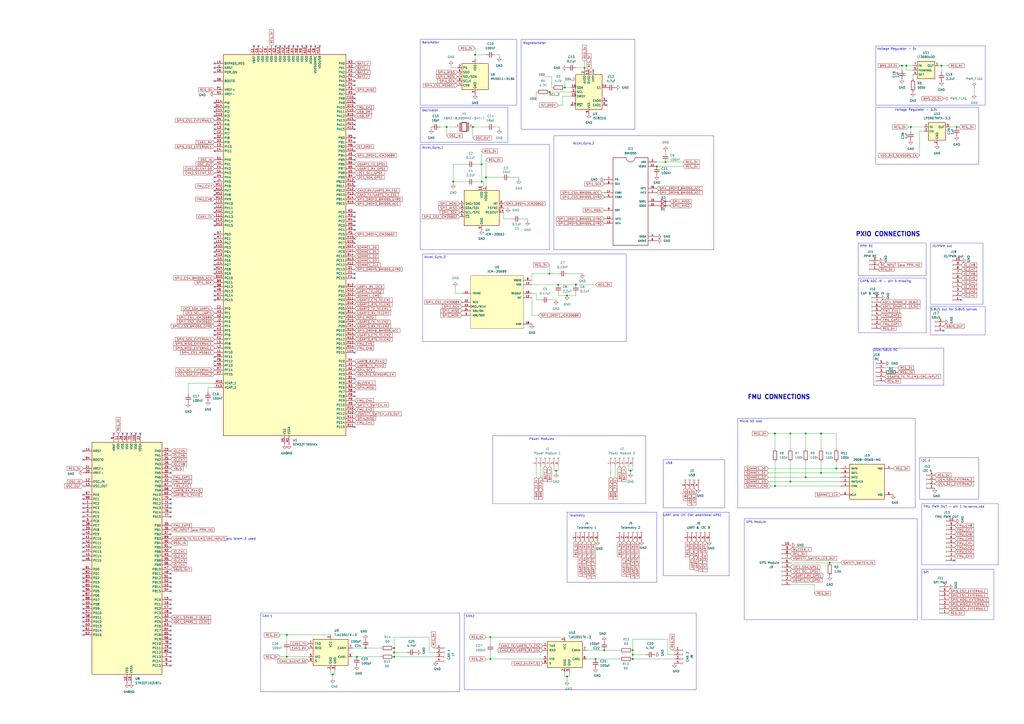
<source format=kicad_sch>
(kicad_sch (version 20250114) (generator "eeschema") (generator_version "9.0")
  (paper "A2")
  (title_block (title "STM32 Value Line Discovery - Shiled board") (date "20 oct 2012") (rev "1.0"))
  (lib_symbols
    (symbol "2908-05WB-MG:2908-05WB-MG" (pin_names (offset 1.016))
      (property "Reference" "J" (at -10.1759 10.1759 0))
      (property "Value" "2908-05WB-MG" (at -10.1675 -12.7094 0))
      (symbol "2908-05WB-MG_0_0"
        (pin bidirectional line (at -15.24 7.62 0) (length 5.08) (name "DAT0") (number "7"))
        (pin bidirectional line (at -15.24 5.08 0) (length 5.08) (name "DAT1") (number "8"))
        (pin bidirectional line (at -15.24 2.54 0) (length 5.08) (name "DAT2") (number "1"))
        (pin bidirectional line (at -15.24 0 0) (length 5.08) (name "DAT3/CD") (number "2"))
        (pin bidirectional line (at -15.24 -2.54 0) (length 5.08) (name "CMD") (number "3"))
        (pin bidirectional clock (at -15.24 -7.62 0) (length 5.08) (name "CLK") (number "5"))
        (pin power_in line (at 15.24 7.62 180) (length 5.08) (name "VDD") (number "4"))
        (pin power_in line (at 15.24 -7.62 180) (length 5.08) (name "VSS") (number "6"))
      )
    )
    (symbol "ABM2-8.000MHZ-D4Y-T:ABM2-8.000MHZ-D4Y-T" (pin_names (offset 1.016))
      (property "Reference" "Y" (at -5.0878 3.8159 0))
      (property "Value" "ABM2-8.000MHZ-D4Y-T" (at -5.0944 -5.0944 0))
      (symbol "ABM2-8.000MHZ-D4Y-T_0_0"
        (pin passive line (at -5.08 0 0) (length 2.54) (name "~") (number "1"))
        (pin passive line (at 5.08 0 180) (length 2.54) (name "~") (number "2"))
      )
    )
    (symbol "BMI055:BMI055" (pin_names (offset 1.016))
      (property "Reference" "IC" (at -10.1755 22.8948 0))
      (property "Value" "BMI055" (at -10.1753 -35.6135 0))
      (symbol "BMI055_0_0"
        (pin input line (at -15.24 7.62 0) (length 5.08) (name "PS") (number "7"))
        (pin input line (at -15.24 5.08 0) (length 5.08) (name "SCX") (number "8"))
        (pin input line (at -15.24 0 0) (length 5.08) (name "CSB1") (number "14"))
        (pin input line (at -15.24 -2.54 0) (length 5.08) (name "CSB2") (number "5"))
        (pin bidirectional line (at -15.24 -10.16 0) (length 5.08) (name "SDX") (number "9"))
        (pin bidirectional line (at -15.24 -15.24 0) (length 5.08) (name "INT3") (number "12"))
        (pin bidirectional line (at -15.24 -17.78 0) (length 5.08) (name "INT4") (number "13"))
        (pin power_in line (at 15.24 17.78 180) (length 5.08) (name "VDD") (number "3"))
        (pin power_in line (at 15.24 15.24 180) (length 5.08) (name "VDDIO") (number "11"))
        (pin output line (at 15.24 2.54 180) (length 5.08) (name "INT1") (number "16"))
        (pin output line (at 15.24 0 180) (length 5.08) (name "INT2") (number "1"))
        (pin output line (at 15.24 -5.08 180) (length 5.08) (name "SDO1") (number "15"))
        (pin output line (at 15.24 -7.62 180) (length 5.08) (name "SDO2") (number "10"))
        (pin passive line (at 15.24 -25.4 180) (length 5.08) (name "GNDA") (number "4"))
        (pin passive line (at 15.24 -27.94 180) (length 5.08) (name "GNDIO") (number "6"))
      )
    )
    (symbol "Connector:Conn_01x03_Socket" (pin_names (offset 1.016) (hide yes))
      (property "Reference" "J" (at 0 5.08 0))
      (property "Value" "Conn_01x03_Socket" (at 0 -5.08 0))
      (symbol "Conn_01x03_Socket_1_1"
        (pin passive line (at -5.08 2.54 0) (length 3.81) (name "Pin_1") (number "1"))
        (pin passive line (at -5.08 0 0) (length 3.81) (name "Pin_2") (number "2"))
        (pin passive line (at -5.08 -2.54 0) (length 3.81) (name "Pin_3") (number "3"))
      )
    )
    (symbol "Connector:Conn_01x04_Socket" (pin_names (offset 1.016) (hide yes))
      (property "Reference" "J" (at 0 5.08 0))
      (property "Value" "Conn_01x04_Socket" (at 0 -7.62 0))
      (symbol "Conn_01x04_Socket_1_1"
        (pin passive line (at -5.08 2.54 0) (length 3.81) (name "Pin_1") (number "1"))
        (pin passive line (at -5.08 0 0) (length 3.81) (name "Pin_2") (number "2"))
        (pin passive line (at -5.08 -2.54 0) (length 3.81) (name "Pin_3") (number "3"))
        (pin passive line (at -5.08 -5.08 0) (length 3.81) (name "Pin_4") (number "4"))
      )
    )
    (symbol "Connector:Conn_01x05_Socket" (pin_names (offset 1.016) (hide yes))
      (property "Reference" "J" (at 0 7.62 0))
      (property "Value" "Conn_01x05_Socket" (at 0 -7.62 0))
      (symbol "Conn_01x05_Socket_1_1"
        (pin passive line (at -5.08 5.08 0) (length 3.81) (name "Pin_1") (number "1"))
        (pin passive line (at -5.08 2.54 0) (length 3.81) (name "Pin_2") (number "2"))
        (pin passive line (at -5.08 0 0) (length 3.81) (name "Pin_3") (number "3"))
        (pin passive line (at -5.08 -2.54 0) (length 3.81) (name "Pin_4") (number "4"))
        (pin passive line (at -5.08 -5.08 0) (length 3.81) (name "Pin_5") (number "5"))
      )
    )
    (symbol "Connector:Conn_01x06_Socket" (pin_names (offset 1.016) (hide yes))
      (property "Reference" "J" (at 0 7.62 0))
      (property "Value" "Conn_01x06_Socket" (at 0 -10.16 0))
      (symbol "Conn_01x06_Socket_1_1"
        (pin passive line (at -5.08 5.08 0) (length 3.81) (name "Pin_1") (number "1"))
        (pin passive line (at -5.08 2.54 0) (length 3.81) (name "Pin_2") (number "2"))
        (pin passive line (at -5.08 0 0) (length 3.81) (name "Pin_3") (number "3"))
        (pin passive line (at -5.08 -2.54 0) (length 3.81) (name "Pin_4") (number "4"))
        (pin passive line (at -5.08 -5.08 0) (length 3.81) (name "Pin_5") (number "5"))
        (pin passive line (at -5.08 -7.62 0) (length 3.81) (name "Pin_6") (number "6"))
      )
    )
    (symbol "Connector:Conn_01x07_Socket" (pin_names (offset 1.016) (hide yes))
      (property "Reference" "J" (at 0 10.16 0))
      (property "Value" "Conn_01x07_Socket" (at 0 -10.16 0))
      (symbol "Conn_01x07_Socket_1_1"
        (pin passive line (at -5.08 7.62 0) (length 3.81) (name "Pin_1") (number "1"))
        (pin passive line (at -5.08 5.08 0) (length 3.81) (name "Pin_2") (number "2"))
        (pin passive line (at -5.08 2.54 0) (length 3.81) (name "Pin_3") (number "3"))
        (pin passive line (at -5.08 0 0) (length 3.81) (name "Pin_4") (number "4"))
        (pin passive line (at -5.08 -2.54 0) (length 3.81) (name "Pin_5") (number "5"))
        (pin passive line (at -5.08 -5.08 0) (length 3.81) (name "Pin_6") (number "6"))
        (pin passive line (at -5.08 -7.62 0) (length 3.81) (name "Pin_7") (number "7"))
      )
    )
    (symbol "Connector:Conn_01x08_Socket" (pin_names (offset 1.016) (hide yes))
      (property "Reference" "J" (at 0 10.16 0))
      (property "Value" "Conn_01x08_Socket" (at 0 -12.7 0))
      (symbol "Conn_01x08_Socket_1_1"
        (pin passive line (at -5.08 7.62 0) (length 3.81) (name "Pin_1") (number "1"))
        (pin passive line (at -5.08 5.08 0) (length 3.81) (name "Pin_2") (number "2"))
        (pin passive line (at -5.08 2.54 0) (length 3.81) (name "Pin_3") (number "3"))
        (pin passive line (at -5.08 0 0) (length 3.81) (name "Pin_4") (number "4"))
        (pin passive line (at -5.08 -2.54 0) (length 3.81) (name "Pin_5") (number "5"))
        (pin passive line (at -5.08 -5.08 0) (length 3.81) (name "Pin_6") (number "6"))
        (pin passive line (at -5.08 -7.62 0) (length 3.81) (name "Pin_7") (number "7"))
        (pin passive line (at -5.08 -10.16 0) (length 3.81) (name "Pin_8") (number "8"))
      )
    )
    (symbol "Connector:Conn_01x10_Socket" (pin_names (offset 1.016) (hide yes))
      (property "Reference" "J" (at 0 12.7 0))
      (property "Value" "Conn_01x10_Socket" (at 0 -15.24 0))
      (symbol "Conn_01x10_Socket_1_1"
        (pin passive line (at -5.08 10.16 0) (length 3.81) (name "Pin_1") (number "1"))
        (pin passive line (at -5.08 7.62 0) (length 3.81) (name "Pin_2") (number "2"))
        (pin passive line (at -5.08 5.08 0) (length 3.81) (name "Pin_3") (number "3"))
        (pin passive line (at -5.08 2.54 0) (length 3.81) (name "Pin_4") (number "4"))
        (pin passive line (at -5.08 0 0) (length 3.81) (name "Pin_5") (number "5"))
        (pin passive line (at -5.08 -2.54 0) (length 3.81) (name "Pin_6") (number "6"))
        (pin passive line (at -5.08 -5.08 0) (length 3.81) (name "Pin_7") (number "7"))
        (pin passive line (at -5.08 -7.62 0) (length 3.81) (name "Pin_8") (number "8"))
        (pin passive line (at -5.08 -10.16 0) (length 3.81) (name "Pin_9") (number "9"))
        (pin passive line (at -5.08 -12.7 0) (length 3.81) (name "Pin_10") (number "10"))
      )
    )
    (symbol "Device:C_Small" (pin_numbers (hide yes)) (pin_names (offset 0.254) (hide yes))
      (property "Reference" "C" (at 0.254 1.778 0))
      (property "Value" "C_Small" (at 0.254 -2.032 0))
      (symbol "C_Small_1_1"
        (pin passive line (at 0 2.54 270) (length 2.032) (name "~") (number "1"))
        (pin passive line (at 0 -2.54 90) (length 2.032) (name "~") (number "2"))
      )
    )
    (symbol "Device:R" (pin_numbers (hide yes)) (pin_names (offset 0))
      (property "Reference" "R" (at 2.032 0 90))
      (property "Value" "R" (at 0 0 90))
      (symbol "R_1_1"
        (pin passive line (at 0 3.81 270) (length 1.27) (name "~") (number "1"))
        (pin passive line (at 0 -3.81 90) (length 1.27) (name "~") (number "2"))
      )
    )
    (symbol "Diode:1N4148WT" (pin_numbers (hide yes)) (pin_names (hide yes))
      (property "Reference" "D" (at 0 2.54 0))
      (property "Value" "1N4148WT" (at 0 -2.54 0))
      (symbol "1N4148WT_1_1"
        (pin passive line (at -3.81 0 0) (length 2.54) (name "K") (number "1"))
        (pin passive line (at 3.81 0 180) (length 2.54) (name "A") (number "2"))
      )
    )
    (symbol "ICM-20689:ICM-20689" (pin_names (offset 1.016))
      (property "Reference" "U" (at -15.2635 15.7723 0))
      (property "Value" "ICM-20689" (at -15.265 -17.8092 0))
      (symbol "ICM-20689_0_0"
        (pin input line (at -20.32 5.08 0) (length 5.08) (name "FSYNC") (number "11"))
        (pin input line (at -20.32 0 0) (length 5.08) (name "NCS") (number "22"))
        (pin input clock (at -20.32 -2.54 0) (length 5.08) (name "SCL/SCLK") (number "23"))
        (pin bidirectional line (at -20.32 -5.08 0) (length 5.08) (name "SDA/SDI") (number "24"))
        (pin bidirectional line (at -20.32 -7.62 0) (length 5.08) (name "AD0/SDO") (number "9"))
        (pin power_in line (at 20.32 12.7 180) (length 5.08) (name "VDDIO") (number "8"))
        (pin power_in line (at 20.32 10.16 180) (length 5.08) (name "VDD") (number "13"))
        (pin output line (at 20.32 5.08 180) (length 5.08) (name "REGOUT") (number "10"))
        (pin output line (at 20.32 2.54 180) (length 5.08) (name "INT") (number "12"))
        (pin power_in line (at 20.32 -12.7 180) (length 5.08) (name "GND") (number "18"))
      )
    )
    (symbol "Interface_CAN_LIN:TJA1051TK-3" (pin_names (offset 1.016))
      (property "Reference" "U" (at -10.16 8.89 0))
      (property "Value" "TJA1051TK-3" (at 1.27 8.89 0))
      (symbol "TJA1051TK-3_1_1"
        (pin input line (at -12.7 5.08 0) (length 2.54) (name "TXD") (number "1"))
        (pin output line (at -12.7 2.54 0) (length 2.54) (name "RXD") (number "4"))
        (pin power_in line (at -12.7 -2.54 0) (length 2.54) (name "VIO") (number "5"))
        (pin input line (at -12.7 -5.08 0) (length 2.54) (name "S") (number "8"))
        (pin power_in line (at 0 10.16 270) (length 2.54) (name "VCC") (number "3"))
        (pin power_in line (at 0 -10.16 90) (length 2.54) (name "GND") (number "2"))
        (pin power_in line (at 2.54 -10.16 90) (length 2.54) (name "GND") (number "9"))
        (pin bidirectional line (at 12.7 2.54 180) (length 2.54) (name "CANH") (number "7"))
        (pin bidirectional line (at 12.7 -2.54 180) (length 2.54) (name "CANL") (number "6"))
      )
    )
    (symbol "MCU_ST_STM32F1:STM32F103V8Tx"
      (property "Reference" "U" (at -20.32 69.85 0))
      (property "Value" "STM32F103V8Tx" (at 10.16 69.85 0))
      (symbol "STM32F103V8Tx_1_1"
        (pin input line (at -25.4 63.5 0) (length 5.08) (name "NRST") (number "14"))
        (pin input line (at -25.4 58.42 0) (length 5.08) (name "BOOT0") (number "94"))
        (pin input line (at -25.4 53.34 0) (length 5.08) (name "VREF+") (number "21"))
        (pin input line (at -25.4 50.8 0) (length 5.08) (name "VREF-") (number "20"))
        (pin input line (at -25.4 45.72 0) (length 5.08) (name "OSC_IN") (number "12"))
        (pin input line (at -25.4 43.18 0) (length 5.08) (name "OSC_OUT") (number "13"))
        (pin bidirectional line (at -25.4 38.1 0) (length 5.08) (name "PE0") (number "97"))
        (pin bidirectional line (at -25.4 35.56 0) (length 5.08) (name "PE1") (number "98"))
        (pin bidirectional line (at -25.4 33.02 0) (length 5.08) (name "PE2") (number "1"))
        (pin bidirectional line (at -25.4 30.48 0) (length 5.08) (name "PE3") (number "2"))
        (pin bidirectional line (at -25.4 27.94 0) (length 5.08) (name "PE4") (number "3"))
        (pin bidirectional line (at -25.4 25.4 0) (length 5.08) (name "PE5") (number "4"))
        (pin bidirectional line (at -25.4 22.86 0) (length 5.08) (name "PE6") (number "5"))
        (pin bidirectional line (at -25.4 20.32 0) (length 5.08) (name "PE7") (number "38"))
        (pin bidirectional line (at -25.4 17.78 0) (length 5.08) (name "PE8") (number "39"))
        (pin bidirectional line (at -25.4 15.24 0) (length 5.08) (name "PE9") (number "40"))
        (pin bidirectional line (at -25.4 12.7 0) (length 5.08) (name "PE10") (number "41"))
        (pin bidirectional line (at -25.4 10.16 0) (length 5.08) (name "PE11") (number "42"))
        (pin bidirectional line (at -25.4 7.62 0) (length 5.08) (name "PE12") (number "43"))
        (pin bidirectional line (at -25.4 5.08 0) (length 5.08) (name "PE13") (number "44"))
        (pin bidirectional line (at -25.4 2.54 0) (length 5.08) (name "PE14") (number "45"))
        (pin bidirectional line (at -25.4 0 0) (length 5.08) (name "PE15") (number "46"))
        (pin bidirectional line (at -25.4 -5.08 0) (length 5.08) (name "PD0") (number "81"))
        (pin bidirectional line (at -25.4 -7.62 0) (length 5.08) (name "PD1") (number "82"))
        (pin bidirectional line (at -25.4 -10.16 0) (length 5.08) (name "PD2") (number "83"))
        (pin bidirectional line (at -25.4 -12.7 0) (length 5.08) (name "PD3") (number "84"))
        (pin bidirectional line (at -25.4 -15.24 0) (length 5.08) (name "PD4") (number "85"))
        (pin bidirectional line (at -25.4 -17.78 0) (length 5.08) (name "PD5") (number "86"))
        (pin bidirectional line (at -25.4 -20.32 0) (length 5.08) (name "PD6") (number "87"))
        (pin bidirectional line (at -25.4 -22.86 0) (length 5.08) (name "PD7") (number "88"))
        (pin bidirectional line (at -25.4 -25.4 0) (length 5.08) (name "PD8") (number "55"))
        (pin bidirectional line (at -25.4 -27.94 0) (length 5.08) (name "PD9") (number "56"))
        (pin bidirectional line (at -25.4 -30.48 0) (length 5.08) (name "PD10") (number "57"))
        (pin bidirectional line (at -25.4 -33.02 0) (length 5.08) (name "PD11") (number "58"))
        (pin bidirectional line (at -25.4 -35.56 0) (length 5.08) (name "PD12") (number "59"))
        (pin bidirectional line (at -25.4 -38.1 0) (length 5.08) (name "PD13") (number "60"))
        (pin bidirectional line (at -25.4 -40.64 0) (length 5.08) (name "PD14") (number "61"))
        (pin bidirectional line (at -25.4 -43.18 0) (length 5.08) (name "PD15") (number "62"))
        (pin no_connect line (at -20.32 -66.04 0) (length 5.08) (hide yes) (name "NC") (number "73"))
        (pin power_in line (at -7.62 73.66 270) (length 5.08) (name "VBAT") (number "6"))
        (pin power_in line (at -5.08 73.66 270) (length 5.08) (name "VDD") (number "11"))
        (pin power_in line (at -2.54 73.66 270) (length 5.08) (name "VDD") (number "28"))
        (pin power_in line (at 0 73.66 270) (length 5.08) (name "VDD") (number "50"))
        (pin power_in line (at 0 -71.12 90) (length 5.08) (name "VSS") (number "10"))
        (pin passive line (at 0 -71.12 90) (length 5.08) (hide yes) (name "VSS") (number "27"))
        (pin passive line (at 0 -71.12 90) (length 5.08) (hide yes) (name "VSS") (number "49"))
        (pin passive line (at 0 -71.12 90) (length 5.08) (hide yes) (name "VSS") (number "74"))
        (pin passive line (at 0 -71.12 90) (length 5.08) (hide yes) (name "VSS") (number "99"))
        (pin power_in line (at 2.54 73.66 270) (length 5.08) (name "VDD") (number "75"))
        (pin power_in line (at 2.54 -71.12 90) (length 5.08) (name "VSSA") (number "19"))
        (pin power_in line (at 5.08 73.66 270) (length 5.08) (name "VDD") (number "100"))
        (pin power_in line (at 7.62 73.66 270) (length 5.08) (name "VDDA") (number "22"))
        (pin bidirectional line (at 25.4 63.5 180) (length 5.08) (name "PA0") (number "23"))
        (pin bidirectional line (at 25.4 60.96 180) (length 5.08) (name "PA1") (number "24"))
        (pin bidirectional line (at 25.4 58.42 180) (length 5.08) (name "PA2") (number "25"))
        (pin bidirectional line (at 25.4 55.88 180) (length 5.08) (name "PA3") (number "26"))
        (pin bidirectional line (at 25.4 53.34 180) (length 5.08) (name "PA4") (number "29"))
        (pin bidirectional line (at 25.4 50.8 180) (length 5.08) (name "PA5") (number "30"))
        (pin bidirectional line (at 25.4 48.26 180) (length 5.08) (name "PA6") (number "31"))
        (pin bidirectional line (at 25.4 45.72 180) (length 5.08) (name "PA7") (number "32"))
        (pin bidirectional line (at 25.4 43.18 180) (length 5.08) (name "PA8") (number "67"))
        (pin bidirectional line (at 25.4 40.64 180) (length 5.08) (name "PA9") (number "68"))
        (pin bidirectional line (at 25.4 38.1 180) (length 5.08) (name "PA10") (number "69"))
        (pin bidirectional line (at 25.4 35.56 180) (length 5.08) (name "PA11") (number "70"))
        (pin bidirectional line (at 25.4 33.02 180) (length 5.08) (name "PA12") (number "71"))
        (pin bidirectional line (at 25.4 30.48 180) (length 5.08) (name "PA13") (number "72"))
        (pin bidirectional line (at 25.4 27.94 180) (length 5.08) (name "PA14") (number "76"))
        (pin bidirectional line (at 25.4 25.4 180) (length 5.08) (name "PA15") (number "77"))
        (pin bidirectional line (at 25.4 20.32 180) (length 5.08) (name "PB0") (number "35"))
        (pin bidirectional line (at 25.4 17.78 180) (length 5.08) (name "PB1") (number "36"))
        (pin bidirectional line (at 25.4 15.24 180) (length 5.08) (name "PB2") (number "37"))
        (pin bidirectional line (at 25.4 12.7 180) (length 5.08) (name "PB3") (number "89"))
        (pin bidirectional line (at 25.4 10.16 180) (length 5.08) (name "PB4") (number "90"))
        (pin bidirectional line (at 25.4 7.62 180) (length 5.08) (name "PB5") (number "91"))
        (pin bidirectional line (at 25.4 5.08 180) (length 5.08) (name "PB6") (number "92"))
        (pin bidirectional line (at 25.4 2.54 180) (length 5.08) (name "PB7") (number "93"))
        (pin bidirectional line (at 25.4 0 180) (length 5.08) (name "PB8") (number "95"))
        (pin bidirectional line (at 25.4 -2.54 180) (length 5.08) (name "PB9") (number "96"))
        (pin bidirectional line (at 25.4 -5.08 180) (length 5.08) (name "PB10") (number "47"))
        (pin bidirectional line (at 25.4 -7.62 180) (length 5.08) (name "PB11") (number "48"))
        (pin bidirectional line (at 25.4 -10.16 180) (length 5.08) (name "PB12") (number "51"))
        (pin bidirectional line (at 25.4 -12.7 180) (length 5.08) (name "PB13") (number "52"))
        (pin bidirectional line (at 25.4 -15.24 180) (length 5.08) (name "PB14") (number "53"))
        (pin bidirectional line (at 25.4 -17.78 180) (length 5.08) (name "PB15") (number "54"))
        (pin bidirectional line (at 25.4 -22.86 180) (length 5.08) (name "PC0") (number "15"))
        (pin bidirectional line (at 25.4 -25.4 180) (length 5.08) (name "PC1") (number "16"))
        (pin bidirectional line (at 25.4 -27.94 180) (length 5.08) (name "PC2") (number "17"))
        (pin bidirectional line (at 25.4 -30.48 180) (length 5.08) (name "PC3") (number "18"))
        (pin bidirectional line (at 25.4 -33.02 180) (length 5.08) (name "PC4") (number "33"))
        (pin bidirectional line (at 25.4 -35.56 180) (length 5.08) (name "PC5") (number "34"))
        (pin bidirectional line (at 25.4 -38.1 180) (length 5.08) (name "PC6") (number "63"))
        (pin bidirectional line (at 25.4 -40.64 180) (length 5.08) (name "PC7") (number "64"))
        (pin bidirectional line (at 25.4 -43.18 180) (length 5.08) (name "PC8") (number "65"))
        (pin bidirectional line (at 25.4 -45.72 180) (length 5.08) (name "PC9") (number "66"))
        (pin bidirectional line (at 25.4 -48.26 180) (length 5.08) (name "PC10") (number "78"))
        (pin bidirectional line (at 25.4 -50.8 180) (length 5.08) (name "PC11") (number "79"))
        (pin bidirectional line (at 25.4 -53.34 180) (length 5.08) (name "PC12") (number "80"))
        (pin bidirectional line (at 25.4 -55.88 180) (length 5.08) (name "PC13") (number "7"))
        (pin bidirectional line (at 25.4 -58.42 180) (length 5.08) (name "PC14") (number "8"))
        (pin bidirectional line (at 25.4 -60.96 180) (length 5.08) (name "PC15") (number "9"))
      )
    )
    (symbol "MCU_ST_STM32F7:STM32F765IIKx"
      (property "Reference" "U" (at -35.56 113.03 0))
      (property "Value" "STM32F765IIKx" (at 22.86 113.03 0))
      (symbol "STM32F765IIKx_1_1"
        (pin input line (at -40.64 106.68 0) (length 5.08) (name "BYPASS_REG") (number "L4"))
        (pin input line (at -40.64 104.14 0) (length 5.08) (name "NRST") (number "J1"))
        (pin input line (at -40.64 101.6 0) (length 5.08) (name "PDR_ON") (number "C6"))
        (pin input line (at -40.64 96.52 0) (length 5.08) (name "BOOT0") (number "D6"))
        (pin input line (at -40.64 91.44 0) (length 5.08) (name "VREF+") (number "P1"))
        (pin input line (at -40.64 88.9 0) (length 5.08) (name "VREF-") (number "N1"))
        (pin bidirectional line (at -40.64 83.82 0) (length 5.08) (name "PI0") (number "E14"))
        (pin bidirectional line (at -40.64 81.28 0) (length 5.08) (name "PI1") (number "D14"))
        (pin bidirectional line (at -40.64 78.74 0) (length 5.08) (name "PI2") (number "C14"))
        (pin bidirectional line (at -40.64 76.2 0) (length 5.08) (name "PI3") (number "C13"))
        (pin bidirectional line (at -40.64 73.66 0) (length 5.08) (name "PI4") (number "D4"))
        (pin bidirectional line (at -40.64 71.12 0) (length 5.08) (name "PI5") (number "C4"))
        (pin bidirectional line (at -40.64 68.58 0) (length 5.08) (name "PI6") (number "C3"))
        (pin bidirectional line (at -40.64 66.04 0) (length 5.08) (name "PI7") (number "C2"))
        (pin bidirectional line (at -40.64 63.5 0) (length 5.08) (name "PI8") (number "D2"))
        (pin bidirectional line (at -40.64 60.96 0) (length 5.08) (name "PI9") (number "D3"))
        (pin bidirectional line (at -40.64 58.42 0) (length 5.08) (name "PI10") (number "E3"))
        (pin bidirectional line (at -40.64 55.88 0) (length 5.08) (name "PI11") (number "E4"))
        (pin bidirectional line (at -40.64 50.8 0) (length 5.08) (name "PH0") (number "G1"))
        (pin bidirectional line (at -40.64 48.26 0) (length 5.08) (name "PH1") (number "H1"))
        (pin bidirectional line (at -40.64 45.72 0) (length 5.08) (name "PH2") (number "F4"))
        (pin bidirectional line (at -40.64 43.18 0) (length 5.08) (name "PH3") (number "G4"))
        (pin bidirectional line (at -40.64 40.64 0) (length 5.08) (name "PH4") (number "H4"))
        (pin bidirectional line (at -40.64 38.1 0) (length 5.08) (name "PH5") (number "J4"))
        (pin bidirectional line (at -40.64 35.56 0) (length 5.08) (name "PH6") (number "M11"))
        (pin bidirectional line (at -40.64 33.02 0) (length 5.08) (name "PH7") (number "N12"))
        (pin bidirectional line (at -40.64 30.48 0) (length 5.08) (name "PH8") (number "M12"))
        (pin bidirectional line (at -40.64 27.94 0) (length 5.08) (name "PH9") (number "M13"))
        (pin bidirectional line (at -40.64 25.4 0) (length 5.08) (name "PH10") (number "L13"))
        (pin bidirectional line (at -40.64 22.86 0) (length 5.08) (name "PH11") (number "L12"))
        (pin bidirectional line (at -40.64 20.32 0) (length 5.08) (name "PH12") (number "K12"))
        (pin bidirectional line (at -40.64 17.78 0) (length 5.08) (name "PH13") (number "E12"))
        (pin bidirectional line (at -40.64 15.24 0) (length 5.08) (name "PH14") (number "E13"))
        (pin bidirectional line (at -40.64 12.7 0) (length 5.08) (name "PH15") (number "D13"))
        (pin bidirectional line (at -40.64 7.62 0) (length 5.08) (name "PG0") (number "N7"))
        (pin bidirectional line (at -40.64 5.08 0) (length 5.08) (name "PG1") (number "M7"))
        (pin bidirectional line (at -40.64 2.54 0) (length 5.08) (name "PG2") (number "L15"))
        (pin bidirectional line (at -40.64 0 0) (length 5.08) (name "PG3") (number "K15"))
        (pin bidirectional line (at -40.64 -2.54 0) (length 5.08) (name "PG4") (number "K14"))
        (pin bidirectional line (at -40.64 -5.08 0) (length 5.08) (name "PG5") (number "K13"))
        (pin bidirectional line (at -40.64 -7.62 0) (length 5.08) (name "PG6") (number "J15"))
        (pin bidirectional line (at -40.64 -10.16 0) (length 5.08) (name "PG7") (number "J14"))
        (pin bidirectional line (at -40.64 -12.7 0) (length 5.08) (name "PG8") (number "H14"))
        (pin bidirectional line (at -40.64 -15.24 0) (length 5.08) (name "PG9") (number "C10"))
        (pin bidirectional line (at -40.64 -17.78 0) (length 5.08) (name "PG10") (number "B10"))
        (pin bidirectional line (at -40.64 -20.32 0) (length 5.08) (name "PG11") (number "B9"))
        (pin bidirectional line (at -40.64 -22.86 0) (length 5.08) (name "PG12") (number "B8"))
        (pin bidirectional line (at -40.64 -25.4 0) (length 5.08) (name "PG13") (number "A8"))
        (pin bidirectional line (at -40.64 -27.94 0) (length 5.08) (name "PG14") (number "A7"))
        (pin bidirectional line (at -40.64 -30.48 0) (length 5.08) (name "PG15") (number "B7"))
        (pin bidirectional line (at -40.64 -35.56 0) (length 5.08) (name "PF0") (number "E2"))
        (pin bidirectional line (at -40.64 -38.1 0) (length 5.08) (name "PF1") (number "H3"))
        (pin bidirectional line (at -40.64 -40.64 0) (length 5.08) (name "PF2") (number "H2"))
        (pin bidirectional line (at -40.64 -43.18 0) (length 5.08) (name "PF3") (number "J2"))
        (pin bidirectional line (at -40.64 -45.72 0) (length 5.08) (name "PF4") (number "J3"))
        (pin bidirectional line (at -40.64 -48.26 0) (length 5.08) (name "PF5") (number "K3"))
        (pin bidirectional line (at -40.64 -50.8 0) (length 5.08) (name "PF6") (number "K2"))
        (pin bidirectional line (at -40.64 -53.34 0) (length 5.08) (name "PF7") (number "K1"))
        (pin bidirectional line (at -40.64 -55.88 0) (length 5.08) (name "PF8") (number "L3"))
        (pin bidirectional line (at -40.64 -58.42 0) (length 5.08) (name "PF9") (number "L2"))
        (pin bidirectional line (at -40.64 -60.96 0) (length 5.08) (name "PF10") (number "L1"))
        (pin bidirectional line (at -40.64 -63.5 0) (length 5.08) (name "PF11") (number "R6"))
        (pin bidirectional line (at -40.64 -66.04 0) (length 5.08) (name "PF12") (number "P6"))
        (pin bidirectional line (at -40.64 -68.58 0) (length 5.08) (name "PF13") (number "N6"))
        (pin bidirectional line (at -40.64 -71.12 0) (length 5.08) (name "PF14") (number "R7"))
        (pin bidirectional line (at -40.64 -73.66 0) (length 5.08) (name "PF15") (number "P7"))
        (pin power_out line (at -40.64 -78.74 0) (length 5.08) (name "VCAP_1") (number "M10"))
        (pin power_out line (at -40.64 -81.28 0) (length 5.08) (name "VCAP_2") (number "F13"))
        (pin power_in line (at -17.78 116.84 270) (length 5.08) (name "VBAT") (number "C1"))
        (pin power_in line (at -15.24 116.84 270) (length 5.08) (name "VDD") (number "C5"))
        (pin power_in line (at -12.7 116.84 270) (length 5.08) (name "VDD") (number "C7"))
        (pin power_in line (at -10.16 116.84 270) (length 5.08) (name "VDD") (number "C9"))
        (pin power_in line (at -7.62 116.84 270) (length 5.08) (name "VDD") (number "F3"))
        (pin power_in line (at -5.08 116.84 270) (length 5.08) (name "VDD") (number "G3"))
        (pin power_in line (at -2.54 116.84 270) (length 5.08) (name "VDD") (number "G13"))
        (pin power_in line (at 0 116.84 270) (length 5.08) (name "VDD") (number "J12"))
        (pin power_in line (at 0 -114.3 90) (length 5.08) (name "VSS") (number "D5"))
        (pin passive line (at 0 -114.3 90) (length 5.08) (hide yes) (name "VSS") (number "D7"))
        (pin passive line (at 0 -114.3 90) (length 5.08) (hide yes) (name "VSS") (number "D8"))
        (pin passive line (at 0 -114.3 90) (length 5.08) (hide yes) (name "VSS") (number "D9"))
        (pin passive line (at 0 -114.3 90) (length 5.08) (hide yes) (name "VSS") (number "F10"))
        (pin passive line (at 0 -114.3 90) (length 5.08) (hide yes) (name "VSS") (number "F12"))
        (pin passive line (at 0 -114.3 90) (length 5.08) (hide yes) (name "VSS") (number "F2"))
        (pin passive line (at 0 -114.3 90) (length 5.08) (hide yes) (name "VSS") (number "F6"))
        (pin passive line (at 0 -114.3 90) (length 5.08) (hide yes) (name "VSS") (number "F7"))
        (pin passive line (at 0 -114.3 90) (length 5.08) (hide yes) (name "VSS") (number "F8"))
        (pin passive line (at 0 -114.3 90) (length 5.08) (hide yes) (name "VSS") (number "F9"))
        (pin passive line (at 0 -114.3 90) (length 5.08) (hide yes) (name "VSS") (number "G10"))
        (pin passive line (at 0 -114.3 90) (length 5.08) (hide yes) (name "VSS") (number "G12"))
        (pin passive line (at 0 -114.3 90) (length 5.08) (hide yes) (name "VSS") (number "G2"))
        (pin passive line (at 0 -114.3 90) (length 5.08) (hide yes) (name "VSS") (number "G6"))
        (pin passive line (at 0 -114.3 90) (length 5.08) (hide yes) (name "VSS") (number "G7"))
        (pin passive line (at 0 -114.3 90) (length 5.08) (hide yes) (name "VSS") (number "G8"))
        (pin passive line (at 0 -114.3 90) (length 5.08) (hide yes) (name "VSS") (number "G9"))
        (pin passive line (at 0 -114.3 90) (length 5.08) (hide yes) (name "VSS") (number "H10"))
        (pin passive line (at 0 -114.3 90) (length 5.08) (hide yes) (name "VSS") (number "H12"))
        (pin passive line (at 0 -114.3 90) (length 5.08) (hide yes) (name "VSS") (number "H6"))
        (pin passive line (at 0 -114.3 90) (length 5.08) (hide yes) (name "VSS") (number "H7"))
        (pin passive line (at 0 -114.3 90) (length 5.08) (hide yes) (name "VSS") (number "H8"))
        (pin passive line (at 0 -114.3 90) (length 5.08) (hide yes) (name "VSS") (number "H9"))
        (pin passive line (at 0 -114.3 90) (length 5.08) (hide yes) (name "VSS") (number "J10"))
        (pin passive line (at 0 -114.3 90) (length 5.08) (hide yes) (name "VSS") (number "J6"))
        (pin passive line (at 0 -114.3 90) (length 5.08) (hide yes) (name "VSS") (number "J7"))
        (pin passive line (at 0 -114.3 90) (length 5.08) (hide yes) (name "VSS") (number "J8"))
        (pin passive line (at 0 -114.3 90) (length 5.08) (hide yes) (name "VSS") (number "J9"))
        (pin passive line (at 0 -114.3 90) (length 5.08) (hide yes) (name "VSS") (number "K10"))
        (pin passive line (at 0 -114.3 90) (length 5.08) (hide yes) (name "VSS") (number "K6"))
        (pin passive line (at 0 -114.3 90) (length 5.08) (hide yes) (name "VSS") (number "K7"))
        (pin passive line (at 0 -114.3 90) (length 5.08) (hide yes) (name "VSS") (number "K8"))
        (pin passive line (at 0 -114.3 90) (length 5.08) (hide yes) (name "VSS") (number "K9"))
        (pin passive line (at 0 -114.3 90) (length 5.08) (hide yes) (name "VSS") (number "M8"))
        (pin passive line (at 0 -114.3 90) (length 5.08) (hide yes) (name "VSS") (number "M9"))
        (pin power_in line (at 2.54 116.84 270) (length 5.08) (name "VDD") (number "J13"))
        (pin power_in line (at 2.54 -114.3 90) (length 5.08) (name "VSSA") (number "M1"))
        (pin power_in line (at 5.08 116.84 270) (length 5.08) (name "VDD") (number "K4"))
        (pin power_in line (at 7.62 116.84 270) (length 5.08) (name "VDD") (number "N8"))
        (pin power_in line (at 10.16 116.84 270) (length 5.08) (name "VDD") (number "N9"))
        (pin power_in line (at 12.7 116.84 270) (length 5.08) (name "VDD") (number "N10"))
        (pin power_in line (at 15.24 116.84 270) (length 5.08) (name "VDDA") (number "R1"))
        (pin power_in line (at 17.78 116.84 270) (length 5.08) (name "VDDSDMMC") (number "C8"))
        (pin power_in line (at 20.32 116.84 270) (length 5.08) (name "VDDUSB") (number "H13"))
        (pin bidirectional line (at 40.64 106.68 180) (length 5.08) (name "PA0") (number "N3"))
        (pin bidirectional line (at 40.64 104.14 180) (length 5.08) (name "PA1") (number "N2"))
        (pin bidirectional line (at 40.64 101.6 180) (length 5.08) (name "PA2") (number "P2"))
        (pin bidirectional line (at 40.64 99.06 180) (length 5.08) (name "PA3") (number "R2"))
        (pin bidirectional line (at 40.64 96.52 180) (length 5.08) (name "PA4") (number "N4"))
        (pin bidirectional line (at 40.64 93.98 180) (length 5.08) (name "PA5") (number "P4"))
        (pin bidirectional line (at 40.64 91.44 180) (length 5.08) (name "PA6") (number "P3"))
        (pin bidirectional line (at 40.64 88.9 180) (length 5.08) (name "PA7") (number "R3"))
        (pin bidirectional line (at 40.64 86.36 180) (length 5.08) (name "PA8") (number "F15"))
        (pin bidirectional line (at 40.64 83.82 180) (length 5.08) (name "PA9") (number "E15"))
        (pin bidirectional line (at 40.64 81.28 180) (length 5.08) (name "PA10") (number "D15"))
        (pin bidirectional line (at 40.64 78.74 180) (length 5.08) (name "PA11") (number "C15"))
        (pin bidirectional line (at 40.64 76.2 180) (length 5.08) (name "PA12") (number "B15"))
        (pin bidirectional line (at 40.64 73.66 180) (length 5.08) (name "PA13") (number "A15"))
        (pin bidirectional line (at 40.64 71.12 180) (length 5.08) (name "PA14") (number "A14"))
        (pin bidirectional line (at 40.64 68.58 180) (length 5.08) (name "PA15") (number "A13"))
        (pin bidirectional line (at 40.64 63.5 180) (length 5.08) (name "PB0") (number "R5"))
        (pin bidirectional line (at 40.64 60.96 180) (length 5.08) (name "PB1") (number "R4"))
        (pin bidirectional line (at 40.64 58.42 180) (length 5.08) (name "PB2") (number "M6"))
        (pin bidirectional line (at 40.64 55.88 180) (length 5.08) (name "PB3") (number "A10"))
        (pin bidirectional line (at 40.64 53.34 180) (length 5.08) (name "PB4") (number "A9"))
        (pin bidirectional line (at 40.64 50.8 180) (length 5.08) (name "PB5") (number "A6"))
        (pin bidirectional line (at 40.64 48.26 180) (length 5.08) (name "PB6") (number "B6"))
        (pin bidirectional line (at 40.64 45.72 180) (length 5.08) (name "PB7") (number "B5"))
        (pin bidirectional line (at 40.64 43.18 180) (length 5.08) (name "PB8") (number "A5"))
        (pin bidirectional line (at 40.64 40.64 180) (length 5.08) (name "PB9") (number "B4"))
        (pin bidirectional line (at 40.64 38.1 180) (length 5.08) (name "PB10") (number "R12"))
        (pin bidirectional line (at 40.64 35.56 180) (length 5.08) (name "PB11") (number "R13"))
        (pin bidirectional line (at 40.64 33.02 180) (length 5.08) (name "PB12") (number "P12"))
        (pin bidirectional line (at 40.64 30.48 180) (length 5.08) (name "PB13") (number "P13"))
        (pin bidirectional line (at 40.64 27.94 180) (length 5.08) (name "PB14") (number "R14"))
        (pin bidirectional line (at 40.64 25.4 180) (length 5.08) (name "PB15") (number "R15"))
        (pin bidirectional line (at 40.64 20.32 180) (length 5.08) (name "PC0") (number "M2"))
        (pin bidirectional line (at 40.64 17.78 180) (length 5.08) (name "PC1") (number "M3"))
        (pin bidirectional line (at 40.64 15.24 180) (length 5.08) (name "PC2") (number "M4"))
        (pin bidirectional line (at 40.64 12.7 180) (length 5.08) (name "PC3") (number "M5"))
        (pin bidirectional line (at 40.64 10.16 180) (length 5.08) (name "PC4") (number "N5"))
        (pin bidirectional line (at 40.64 7.62 180) (length 5.08) (name "PC5") (number "P5"))
        (pin bidirectional line (at 40.64 5.08 180) (length 5.08) (name "PC6") (number "H15"))
        (pin bidirectional line (at 40.64 2.54 180) (length 5.08) (name "PC7") (number "G15"))
        (pin bidirectional line (at 40.64 0 180) (length 5.08) (name "PC8") (number "G14"))
        (pin bidirectional line (at 40.64 -2.54 180) (length 5.08) (name "PC9") (number "F14"))
        (pin bidirectional line (at 40.64 -5.08 180) (length 5.08) (name "PC10") (number "B14"))
        (pin bidirectional line (at 40.64 -7.62 180) (length 5.08) (name "PC11") (number "B13"))
        (pin bidirectional line (at 40.64 -10.16 180) (length 5.08) (name "PC12") (number "A12"))
        (pin bidirectional line (at 40.64 -12.7 180) (length 5.08) (name "PC13") (number "D1"))
        (pin bidirectional line (at 40.64 -15.24 180) (length 5.08) (name "PC14") (number "E1"))
        (pin bidirectional line (at 40.64 -17.78 180) (length 5.08) (name "PC15") (number "F1"))
        (pin bidirectional line (at 40.64 -22.86 180) (length 5.08) (name "PD0") (number "B12"))
        (pin bidirectional line (at 40.64 -25.4 180) (length 5.08) (name "PD1") (number "C12"))
        (pin bidirectional line (at 40.64 -27.94 180) (length 5.08) (name "PD2") (number "D12"))
        (pin bidirectional line (at 40.64 -30.48 180) (length 5.08) (name "PD3") (number "D11"))
        (pin bidirectional line (at 40.64 -33.02 180) (length 5.08) (name "PD4") (number "D10"))
        (pin bidirectional line (at 40.64 -35.56 180) (length 5.08) (name "PD5") (number "C11"))
        (pin bidirectional line (at 40.64 -38.1 180) (length 5.08) (name "PD6") (number "B11"))
        (pin bidirectional line (at 40.64 -40.64 180) (length 5.08) (name "PD7") (number "A11"))
        (pin bidirectional line (at 40.64 -43.18 180) (length 5.08) (name "PD8") (number "P15"))
        (pin bidirectional line (at 40.64 -45.72 180) (length 5.08) (name "PD9") (number "P14"))
        (pin bidirectional line (at 40.64 -48.26 180) (length 5.08) (name "PD10") (number "N15"))
        (pin bidirectional line (at 40.64 -50.8 180) (length 5.08) (name "PD11") (number "N14"))
        (pin bidirectional line (at 40.64 -53.34 180) (length 5.08) (name "PD12") (number "N13"))
        (pin bidirectional line (at 40.64 -55.88 180) (length 5.08) (name "PD13") (number "M15"))
        (pin bidirectional line (at 40.64 -58.42 180) (length 5.08) (name "PD14") (number "M14"))
        (pin bidirectional line (at 40.64 -60.96 180) (length 5.08) (name "PD15") (number "L14"))
        (pin bidirectional line (at 40.64 -66.04 180) (length 5.08) (name "PE0") (number "A4"))
        (pin bidirectional line (at 40.64 -68.58 180) (length 5.08) (name "PE1") (number "A3"))
        (pin bidirectional line (at 40.64 -71.12 180) (length 5.08) (name "PE2") (number "A2"))
        (pin bidirectional line (at 40.64 -73.66 180) (length 5.08) (name "PE3") (number "A1"))
        (pin bidirectional line (at 40.64 -76.2 180) (length 5.08) (name "PE4") (number "B1"))
        (pin bidirectional line (at 40.64 -78.74 180) (length 5.08) (name "PE5") (number "B2"))
        (pin bidirectional line (at 40.64 -81.28 180) (length 5.08) (name "PE6") (number "B3"))
        (pin bidirectional line (at 40.64 -83.82 180) (length 5.08) (name "PE7") (number "R8"))
        (pin bidirectional line (at 40.64 -86.36 180) (length 5.08) (name "PE8") (number "P8"))
        (pin bidirectional line (at 40.64 -88.9 180) (length 5.08) (name "PE9") (number "P9"))
        (pin bidirectional line (at 40.64 -91.44 180) (length 5.08) (name "PE10") (number "R9"))
        (pin bidirectional line (at 40.64 -93.98 180) (length 5.08) (name "PE11") (number "P10"))
        (pin bidirectional line (at 40.64 -96.52 180) (length 5.08) (name "PE12") (number "R10"))
        (pin bidirectional line (at 40.64 -99.06 180) (length 5.08) (name "PE13") (number "N11"))
        (pin bidirectional line (at 40.64 -101.6 180) (length 5.08) (name "PE14") (number "P11"))
        (pin bidirectional line (at 40.64 -104.14 180) (length 5.08) (name "PE15") (number "R11"))
      )
    )
    (symbol "Regulator_Linear:LP5907MFX-3.3"
      (property "Reference" "U" (at -3.81 6.35 0))
      (property "Value" "LP5907MFX-3.3" (at 6.35 6.35 0))
      (symbol "LP5907MFX-3.3_0_1"
        (pin power_in line (at -7.62 2.54 0) (length 2.54) (name "IN") (number "1"))
        (pin input line (at -7.62 0 0) (length 2.54) (name "EN") (number "3"))
        (pin power_in line (at 0 -7.62 90) (length 2.54) (name "GND") (number "2"))
        (pin no_connect line (at 5.08 0 180) (length 2.54) (hide yes) (name "NC") (number "4"))
        (pin power_out line (at 7.62 2.54 180) (length 2.54) (name "OUT") (number "5"))
      )
    )
    (symbol "Regulator_Linear:LT3080xDD"
      (property "Reference" "U" (at -4.445 6.35 0))
      (property "Value" "LT3080xDD" (at 10.16 6.35 0))
      (symbol "LT3080xDD_1_1"
        (pin power_in line (at -7.62 2.54 0) (length 2.54) (name "IN") (number "7"))
        (pin passive line (at -7.62 2.54 0) (length 2.54) (hide yes) (name "IN") (number "8"))
        (pin input line (at -7.62 0 0) (length 2.54) (name "V_{CONTROL}") (number "5"))
        (pin input line (at -7.62 -2.54 0) (length 2.54) (name "SET") (number "4"))
        (pin no_connect line (at 5.08 -2.54 180) (length 2.54) (hide yes) (name "NC") (number "6"))
        (pin power_out line (at 7.62 2.54 180) (length 2.54) (name "OUT") (number "1"))
        (pin passive line (at 7.62 2.54 180) (length 2.54) (hide yes) (name "OUT") (number "2"))
        (pin passive line (at 7.62 2.54 180) (length 2.54) (hide yes) (name "OUT") (number "3"))
        (pin passive line (at 7.62 2.54 180) (length 2.54) (hide yes) (name "OUT") (number "9"))
      )
    )
    (symbol "Sensor_Magnetic:IST8310"
      (property "Reference" "U" (at -7.62 11.43 0))
      (property "Value" "IST8310" (at 10.16 11.43 0))
      (symbol "IST8310_1_1"
        (pin bidirectional line (at -10.16 2.54 0) (length 2.54) (name "SDA") (number "16"))
        (pin input line (at -10.16 0 0) (length 2.54) (name "SCL") (number "1"))
        (pin output line (at -10.16 -2.54 0) (length 2.54) (name "DRDY") (number "15"))
        (pin input line (at -10.16 -7.62 0) (length 2.54) (name "~{RST}") (number "14"))
        (pin no_connect line (at -7.62 7.62 0) (length 2.54) (hide yes) (name "NC") (number "3"))
        (pin no_connect line (at -7.62 5.08 0) (length 2.54) (hide yes) (name "NC") (number "4"))
        (pin power_in line (at -2.54 12.7 270) (length 2.54) (name "AVDD") (number "2"))
        (pin power_in line (at 0 12.7 270) (length 2.54) (name "DVDD") (number "13"))
        (pin passive line (at 0 -12.7 90) (length 2.54) (hide yes) (name "VSS") (number "11"))
        (pin power_in line (at 0 -12.7 90) (length 2.54) (name "VSS") (number "9"))
        (pin passive line (at 2.54 12.7 270) (length 2.54) (name "VPP") (number "7"))
        (pin no_connect line (at 7.62 7.62 180) (length 2.54) (hide yes) (name "NC") (number "12"))
        (pin no_connect line (at 7.62 5.08 180) (length 2.54) (hide yes) (name "NC") (number "8"))
        (pin passive line (at 10.16 2.54 180) (length 2.54) (name "C1") (number "10"))
        (pin input line (at 10.16 -5.08 180) (length 2.54) (name "CAD0") (number "5"))
        (pin input line (at 10.16 -7.62 180) (length 2.54) (name "CAD1") (number "6"))
      )
    )
    (symbol "Sensor_Motion:ICM-20602"
      (property "Reference" "U" (at -10.16 11.43 0))
      (property "Value" "ICM-20602" (at 10.16 11.43 0))
      (symbol "ICM-20602_1_1"
        (pin bidirectional line (at -12.7 2.54 0) (length 2.54) (name "SAO/SD0") (number "4"))
        (pin bidirectional line (at -12.7 0 0) (length 2.54) (name "SDA/SDI") (number "3"))
        (pin input line (at -12.7 -2.54 0) (length 2.54) (name "SCL/SPC") (number "2"))
        (pin input line (at -12.7 -5.08 0) (length 2.54) (name "~{CS}") (number "5"))
        (pin no_connect line (at -10.16 5.08 0) (length 2.54) (hide yes) (name "RESV") (number "7"))
        (pin power_in line (at 0 12.7 270) (length 2.54) (name "VDD") (number "16"))
        (pin passive line (at 0 -12.7 90) (length 2.54) (hide yes) (name "GND") (number "10"))
        (pin passive line (at 0 -12.7 90) (length 2.54) (hide yes) (name "GND") (number "11"))
        (pin passive line (at 0 -12.7 90) (length 2.54) (hide yes) (name "GND") (number "12"))
        (pin passive line (at 0 -12.7 90) (length 2.54) (hide yes) (name "GND") (number "13"))
        (pin passive line (at 0 -12.7 90) (length 2.54) (hide yes) (name "GND") (number "15"))
        (pin power_in line (at 0 -12.7 90) (length 2.54) (name "GND") (number "9"))
        (pin power_in line (at 2.54 12.7 270) (length 2.54) (name "VDDIO") (number "1"))
        (pin output line (at 12.7 2.54 180) (length 2.54) (name "INT") (number "6"))
        (pin input line (at 12.7 0 180) (length 2.54) (name "FSYNC") (number "8"))
        (pin passive line (at 12.7 -2.54 180) (length 2.54) (name "REGOUT") (number "14"))
      )
    )
    (symbol "Sensor_Pressure:MS5611-01BA"
      (property "Reference" "U" (at -6.35 8.89 0))
      (property "Value" "MS5611-01BA" (at 7.62 8.89 0))
      (symbol "MS5611-01BA_1_1"
        (pin input line (at -10.16 5.08 0) (length 2.54) (name "PS") (number "2"))
        (pin output line (at -10.16 2.54 0) (length 2.54) (name "SDO") (number "6"))
        (pin bidirectional line (at -10.16 0 0) (length 2.54) (name "SDI/SDA") (number "7"))
        (pin input line (at -10.16 -2.54 0) (length 2.54) (name "SCLK") (number "8"))
        (pin input line (at -10.16 -5.08 0) (length 2.54) (name "CSB") (number "4"))
        (pin input line (at -10.16 -5.08 0) (length 2.54) (hide yes) (name "CSB") (number "5"))
        (pin power_in line (at 0 10.16 270) (length 2.54) (name "VDD") (number "1"))
        (pin power_in line (at 0 -10.16 90) (length 2.54) (name "GND") (number "3"))
      )
    )
    (symbol "power:GND" (power) (pin_numbers (hide yes)) (pin_names (offset 0) (hide yes))
      (property "Value" "GND" (at 0 -3.81 0))
      (symbol "GND_1_1"
        (pin power_in line (at 0 0 270) (length 0) (name "~") (number "1"))
      )
    )
    (symbol "power:PWR_FLAG" (power) (pin_numbers (hide yes)) (pin_names (offset 0) (hide yes))
      (property "Value" "PWR_FLAG" (at 0 3.81 0))
      (symbol "PWR_FLAG_0_0"
        (pin power_out line (at 0 0 90) (length 0) (name "~") (number "1"))
      )
    )
  )
  (rectangle (start 321.31 78.74) (end 414.02 144.78))
  (rectangle (start 506.73 201.93) (end 547.37 223.52))
  (rectangle (start 328.93 297.18) (end 381 337.82))
  (rectangle (start 508 62.23) (end 567.69 95.25))
  (rectangle (start 285.75 252.73) (end 374.65 292.1))
  (rectangle (start 539.75 177.8) (end 571.5 194.31))
  (rectangle (start 238.76 63.5) (end 238.76 63.5))
  (rectangle (start 384.81 266.7) (end 420.37 294.64))
  (rectangle (start 508 26.67) (end 571.5 60.96))
  (rectangle (start 384.81 297.18) (end 422.91 334.01))
  (rectangle (start 302.26 22.86) (end 368.3 74.93))
  (text "Voltage Regulator - 5v" (at 520.192 28.448 0) (effects (font (size 1.27 1.27))))
  (text "why telem 3 used\n" (at 139.7 312.674 0) (effects (font (size 1.27 1.27))))
  (text "Magnetometer" (at 310.134 25.146 0) (effects (font (size 1.27 1.27))))
  (text "FMU CONNECTIONS\n" (at 451.866 230.378 0) (effects (font (size 2.54 2.54) (thickness 0.508) (bold yes))))
  (text "Voltage Regulator - 3.3v" (at 531.368 63.754 0) (effects (font (size 1.27 1.27))))
  (text "UART and I2C (for additional GPS)" (at 401.574 298.958 0) (effects (font (size 1.27 1.27))))
  (text "USB" (at 388.112 268.732 0) (effects (font (size 1.27 1.27))))
  (text "PXIO CONNECTIONS\n" (at 515.112 135.89 0) (effects (font (size 2.54 2.54) (thickness 0.508) (bold yes))))
  (text "DSM/SBUS RC" (at 513.842 203.2 0) (effects (font (size 1.27 1.27))))
  (text "S.BUS out for S.BUS servos" (at 553.212 179.578 0) (effects (font (size 1.27 1.27))))
  (text "Telemetry" (at 334.772 299.212 0) (effects (font (size 1.27 1.27))))
  (text "Power Modules" (at 314.198 254.762 0) (effects (font (size 1.27 1.27))))
  (text "Accel_Gyro_2" (at 338.582 83.312 0) (effects (font (size 1.27 1.27))))
  (text_box "PPM RC\n" (at 497.84 140.97 0) (size 39.37 19.05) (margins 0.9525 0.9525 0.9525 0.9525) (effects (font (size 1.27 1.27)) (justify left top)))
  (text_box "CAN2\n" (at 269.24 355.6 0) (size 134.62 44.45) (margins 0.9525 0.9525 0.9525 0.9525) (effects (font (size 1.27 1.27)) (justify left top)))
  (text_box "FMU PWM OUT - pin 1 to servo_vdd \n" (at 534.67 292.1 0) (size 44.45 35.56) (margins 0.9525 0.9525 0.9525 0.9525) (effects (font (size 1.27 1.27)) (justify left top)))
  (text_box "IO/PWM out\n" (at 539.75 140.97 0) (size 30.48 35.56) (margins 0.9525 0.9525 0.9525 0.9525) (effects (font (size 1.27 1.27)) (justify left top)))
  (text_box "SPI\n" (at 534.67 330.2 0) (size 41.91 29.21) (margins 0.9525 0.9525 0.9525 0.9525) (effects (font (size 1.27 1.27)) (justify left top)))
  (text_box "CAP& ADC IN - pin 5 missing\n" (at 497.84 161.29 0) (size 39.37 31.75) (margins 0.9525 0.9525 0.9525 0.9525) (effects (font (size 1.27 1.27)) (justify left top)))
  (text_box "Micro SD slot" (at 427.99 242.57 0) (size 102.87 52.07) (margins 0.9525 0.9525 0.9525 0.9525) (effects (font (size 1.27 1.27)) (justify left top)))
  (text_box "GPS Module \n" (at 431.8 300.99 0) (size 100.33 58.42) (margins 0.9525 0.9525 0.9525 0.9525) (effects (font (size 1.27 1.27)) (justify left top)))
  (text_box "CAN 1\n" (at 151.13 355.6 0) (size 115.57 45.72) (margins 0.9525 0.9525 0.9525 0.9525) (effects (font (size 1.27 1.27)) (justify left top)))
  (text_box "Accel_Gyro_3\n" (at 245.11 147.32 0) (size 118.11 50.8) (margins 0.9525 0.9525 0.9525 0.9525) (effects (font (size 1.27 1.27)) (justify left top)))
  (text_box "I2C A\n" (at 533.4 265.43 0) (size 34.29 24.13) (margins 0.9525 0.9525 0.9525 0.9525) (effects (font (size 1.27 1.27)) (justify left top)))
  (text_box "Oscillator\n" (at 243.84 62.23 0) (size 50.8 20.32) (margins 0.9525 0.9525 0.9525 0.9525) (effects (font (size 1.27 1.27)) (justify left top)))
  (text_box "Accel_Gyro_1\n" (at 243.84 83.82 0) (size 74.93 60.96) (margins 0.9525 0.9525 0.9525 0.9525) (effects (font (size 1.27 1.27)) (justify left top)))
  (text_box "Barometer\n" (at 243.84 22.86 0) (size 55.88 38.1) (margins 0.9525 0.9525 0.9525 0.9525) (effects (font (size 1.27 1.27)) (justify left top)))
  (junction (at 328.93 392.43))
  (junction (at 367.03 382.27))
  (junction (at 458.47 251.46))
  (junction (at 339.09 39.37))
  (junction (at 284.48 369.57))
  (junction (at 207.01 381))
  (junction (at 323.85 165.1))
  (junction (at 367.03 379.73))
  (junction (at 262.89 105.41))
  (junction (at 467.36 276.86))
  (junction (at 166.37 368.3))
  (junction (at 381 96.52))
  (junction (at 481.33 326.39))
  (junction (at 365.76 273.05))
  (junction (at 318.77 158.75))
  (junction (at 528.32 73.66))
  (junction (at 449.58 251.46))
  (junction (at 476.25 251.46))
  (junction (at 523.24 38.1))
  (junction (at 327.66 50.8))
  (junction (at 279.4 95.25))
  (junction (at 193.04 391.16))
  (junction (at 228.6 375.92))
  (junction (at 367.03 377.19))
  (junction (at 228.6 378.46))
  (junction (at 166.37 381))
  (junction (at 279.4 105.41))
  (junction (at 318.77 53.34))
  (junction (at 546.1 38.1))
  (junction (at 284.48 382.27))
  (junction (at 350.52 377.19))
  (junction (at 458.47 279.4))
  (junction (at 467.36 251.46))
  (junction (at 476.25 274.32))
  (junction (at 259.08 73.66))
  (junction (at 525.78 38.1))
  (junction (at 449.58 281.94))
  (junction (at 386.08 93.98))
  (junction (at 281.94 102.87))
  (junction (at 334.01 165.1))
  (junction (at 212.09 375.92))
  (junction (at 328.93 171.45))
  (junction (at 345.44 382.27))
  (junction (at 274.32 73.66))
  (junction (at 275.59 31.75))
  (junction (at 228.6 381))
  (junction (at 322.58 273.05))
  (junction (at 485.14 271.78))
  (junction (at 554.99 73.66))
  (no_connect (at 99.06 355.6))
  (no_connect (at 351.79 60.96))
  (no_connect (at 124.46 140.97))
  (no_connect (at 124.46 138.43))
  (no_connect (at 48.26 368.3))
  (no_connect (at 124.46 207.01))
  (no_connect (at 124.46 191.77))
  (no_connect (at 124.46 156.21))
  (no_connect (at 99.06 292.1))
  (no_connect (at 124.46 158.75))
  (no_connect (at 48.26 266.7))
  (no_connect (at 48.26 350.52))
  (no_connect (at 48.26 330.2))
  (no_connect (at 99.06 299.72))
  (no_connect (at 205.74 105.41))
  (no_connect (at 99.06 386.08))
  (no_connect (at 48.26 342.9))
  (no_connect (at 99.06 317.5))
  (no_connect (at 124.46 168.91))
  (no_connect (at 147.32 26.67))
  (no_connect (at 99.06 332.74))
  (no_connect (at 180.34 26.67))
  (no_connect (at 124.46 67.31))
  (no_connect (at 205.74 130.81))
  (no_connect (at 48.26 347.98))
  (no_connect (at 205.74 107.95))
  (no_connect (at 48.26 335.28))
  (no_connect (at 205.74 57.15))
  (no_connect (at 99.06 383.54))
  (no_connect (at 553.72 325.12))
  (no_connect (at 124.46 113.03))
  (no_connect (at 99.06 297.18))
  (no_connect (at 124.46 128.27))
  (no_connect (at 99.06 363.22))
  (no_connect (at 124.46 146.05))
  (no_connect (at 48.26 314.96))
  (no_connect (at 99.06 368.3))
  (no_connect (at 73.66 251.46))
  (no_connect (at 99.06 342.9))
  (no_connect (at 124.46 41.91))
  (no_connect (at 48.26 307.34))
  (no_connect (at 99.06 309.88))
  (no_connect (at 124.46 209.55))
  (no_connect (at 205.74 140.97))
  (no_connect (at 81.28 251.46))
  (no_connect (at 124.46 151.13))
  (no_connect (at 124.46 105.41))
  (no_connect (at 124.46 194.31))
  (no_connect (at 124.46 123.19))
  (no_connect (at 48.26 309.88))
  (no_connect (at 205.74 229.87))
  (no_connect (at 48.26 332.74))
  (no_connect (at 205.74 82.55))
  (no_connect (at 48.26 363.22))
  (no_connect (at 162.56 26.67))
  (no_connect (at 351.79 58.42))
  (no_connect (at 124.46 130.81))
  (no_connect (at 99.06 370.84))
  (no_connect (at 124.46 120.65))
  (no_connect (at 124.46 110.49))
  (no_connect (at 124.46 118.11))
  (no_connect (at 124.46 62.23))
  (no_connect (at 124.46 173.99))
  (no_connect (at 124.46 153.67))
  (no_connect (at 78.74 251.46))
  (no_connect (at 48.26 302.26))
  (no_connect (at 205.74 87.63))
  (no_connect (at 124.46 171.45))
  (no_connect (at 170.18 26.67))
  (no_connect (at 124.46 72.39))
  (no_connect (at 76.2 251.46))
  (no_connect (at 205.74 133.35))
  (no_connect (at 48.26 358.14))
  (no_connect (at 48.26 261.62))
  (no_connect (at 205.74 138.43))
  (no_connect (at 205.74 125.73))
  (no_connect (at 48.26 287.02))
  (no_connect (at 99.06 289.56))
  (no_connect (at 205.74 128.27))
  (no_connect (at 48.26 365.76))
  (no_connect (at 205.74 123.19))
  (no_connect (at 205.74 74.93))
  (no_connect (at 48.26 345.44))
  (no_connect (at 205.74 161.29))
  (no_connect (at 205.74 247.65))
  (no_connect (at 99.06 335.28))
  (no_connect (at 205.74 59.69))
  (no_connect (at 124.46 87.63))
  (no_connect (at 99.06 294.64))
  (no_connect (at 48.26 337.82))
  (no_connect (at 124.46 46.99))
  (no_connect (at 48.26 340.36))
  (no_connect (at 149.86 26.67))
  (no_connect (at 48.26 299.72))
  (no_connect (at 99.06 274.32))
  (no_connect (at 124.46 143.51))
  (no_connect (at 48.26 325.12))
  (no_connect (at 48.26 355.6))
  (no_connect (at 66.04 251.46))
  (no_connect (at 99.06 350.52))
  (no_connect (at 205.74 54.61))
  (no_connect (at 160.02 26.67))
  (no_connect (at 175.26 26.67))
  (no_connect (at 99.06 353.06))
  (no_connect (at 124.46 102.87))
  (no_connect (at 124.46 148.59))
  (no_connect (at 205.74 80.01))
  (no_connect (at 547.37 191.77))
  (no_connect (at 557.53 173.99))
  (no_connect (at 124.46 64.77))
  (no_connect (at 177.8 26.67))
  (no_connect (at 205.74 158.75))
  (no_connect (at 99.06 373.38))
  (no_connect (at 205.74 69.85))
  (no_connect (at 99.06 381))
  (no_connect (at 124.46 77.47))
  (no_connect (at 331.47 60.96))
  (no_connect (at 124.46 59.69))
  (no_connect (at 124.46 74.93))
  (no_connect (at 205.74 204.47))
  (no_connect (at 48.26 297.18))
  (no_connect (at 124.46 212.09))
  (no_connect (at 99.06 365.76))
  (no_connect (at 99.06 337.82))
  (no_connect (at 185.42 26.67))
  (no_connect (at 48.26 353.06))
  (no_connect (at 124.46 166.37))
  (no_connect (at 48.26 304.8))
  (no_connect (at 99.06 375.92))
  (no_connect (at 124.46 39.37))
  (no_connect (at 165.1 26.67))
  (no_connect (at 99.06 378.46))
  (no_connect (at 205.74 72.39))
  (no_connect (at 48.26 317.5))
  (no_connect (at 48.26 289.56))
  (no_connect (at 99.06 347.98))
  (no_connect (at 172.72 26.67))
  (no_connect (at 205.74 219.71))
  (no_connect (at 124.46 135.89))
  (no_connect (at 182.88 26.67))
  (no_connect (at 344.17 40.64))
  (no_connect (at 48.26 294.64))
  (no_connect (at 124.46 80.01))
  (no_connect (at 71.12 251.46))
  (no_connect (at 124.46 36.83))
  (no_connect (at 48.26 360.68))
  (no_connect (at 48.26 312.42))
  (no_connect (at 205.74 92.71))
  (no_connect (at 99.06 340.36))
  (no_connect (at 205.74 46.99))
  (no_connect (at 48.26 292.1))
  (no_connect (at 48.26 320.04))
  (no_connect (at 167.64 26.67))
  (no_connect (at 48.26 322.58))
  (no_connect (at 205.74 49.53))
  (no_connect (at 205.74 227.33))
  (wire (pts (xy 523.24 38.1) (xy 523.24 40.64)))
  (wire (pts (xy 194.31 391.16) (xy 193.04 391.16)))
  (wire (pts (xy 289.56 74.93) (xy 289.56 73.66)))
  (wire (pts (xy 295.91 102.87) (xy 300.99 102.87)))
  (wire (pts (xy 270.51 95.25) (xy 262.89 95.25)))
  (wire (pts (xy 259.08 78.74) (xy 259.08 73.66)))
  (wire (pts (xy 354.33 276.86) (xy 354.33 270.51)))
  (wire (pts (xy 228.6 381) (xy 252.73 381)))
  (wire (pts (xy 320.04 50.8) (xy 320.04 44.45)))
  (wire (pts (xy 476.25 274.32) (xy 487.68 274.32)))
  (wire (pts (xy 322.58 273.05) (xy 322.58 274.32)))
  (wire (pts (xy 313.69 270.51) (xy 313.69 276.86)))
  (wire (pts (xy 109.22 228.6) (xy 109.22 222.25)))
  (wire (pts (xy 281.94 369.57) (xy 284.48 369.57)))
  (wire (pts (xy 193.04 393.7) (xy 193.04 391.16)))
  (wire (pts (xy 476.25 267.97) (xy 476.25 274.32)))
  (wire (pts (xy 367.03 379.73) (xy 367.03 382.27)))
  (wire (pts (xy 528.32 73.66) (xy 535.94 73.66)))
  (wire (pts (xy 520.7 213.36) (xy 513.08 213.36)))
  (wire (pts (xy 340.36 377.19) (xy 350.52 377.19)))
  (wire (pts (xy 528.32 73.66) (xy 528.32 76.2)))
  (wire (pts (xy 365.76 273.05) (xy 365.76 274.32)))
  (wire (pts (xy 228.6 375.92) (xy 228.6 378.46)))
  (wire (pts (xy 365.76 273.05) (xy 367.03 273.05)))
  (wire (pts (xy 533.4 76.2) (xy 533.4 90.17)))
  (wire (pts (xy 262.89 95.25) (xy 262.89 105.41)))
  (wire (pts (xy 535.94 76.2) (xy 533.4 76.2)))
  (wire (pts (xy 248.92 369.57) (xy 248.92 378.46)))
  (wire (pts (xy 228.6 378.46) (xy 236.22 378.46)))
  (wire (pts (xy 251.46 375.92) (xy 252.73 375.92)))
  (wire (pts (xy 481.33 326.39) (xy 458.47 326.39)))
  (wire (pts (xy 525.78 38.1) (xy 529.59 38.1)))
  (wire (pts (xy 467.36 251.46) (xy 467.36 260.35)))
  (wire (pts (xy 318.77 173.99) (xy 322.58 173.99)))
  (wire (pts (xy 323.85 273.05) (xy 322.58 273.05)))
  (wire (pts (xy 328.93 394.97) (xy 328.93 392.43)))
  (wire (pts (xy 194.31 388.62) (xy 194.31 391.16)))
  (wire (pts (xy 284.48 382.27) (xy 314.96 382.27)))
  (wire (pts (xy 204.47 375.92) (xy 212.09 375.92)))
  (wire (pts (xy 521.97 38.1) (xy 523.24 38.1)))
  (wire (pts (xy 327.66 392.43) (xy 328.93 392.43)))
  (wire (pts (xy 458.47 339.09) (xy 472.44 339.09)))
  (wire (pts (xy 123.19 179.07) (xy 124.46 179.07)))
  (wire (pts (xy 308.61 158.75) (xy 308.61 162.56)))
  (wire (pts (xy 551.18 73.66) (xy 554.99 73.66)))
  (wire (pts (xy 381 96.52) (xy 396.24 96.52)))
  (wire (pts (xy 228.6 378.46) (xy 228.6 381)))
  (wire (pts (xy 467.36 251.46) (xy 476.25 251.46)))
  (wire (pts (xy 289.56 31.75) (xy 287.02 31.75)))
  (wire (pts (xy 109.22 222.25) (xy 124.46 222.25)))
  (wire (pts (xy 318.77 53.34) (xy 331.47 53.34)))
  (wire (pts (xy 334.01 39.37) (xy 339.09 39.37)))
  (wire (pts (xy 228.6 375.92) (xy 228.6 369.57)))
  (wire (pts (xy 485.14 267.97) (xy 485.14 271.78)))
  (wire (pts (xy 389.89 377.19) (xy 391.16 377.19)))
  (wire (pts (xy 529.59 43.18) (xy 529.59 45.72)))
  (wire (pts (xy 289.56 73.66) (xy 287.02 73.66)))
  (wire (pts (xy 340.36 382.27) (xy 345.44 382.27)))
  (wire (pts (xy 449.58 251.46) (xy 458.47 251.46)))
  (wire (pts (xy 476.25 251.46) (xy 485.14 251.46)))
  (wire (pts (xy 228.6 369.57) (xy 248.92 369.57)))
  (wire (pts (xy 262.89 105.41) (xy 270.51 105.41)))
  (wire (pts (xy 281.94 102.87) (xy 281.94 107.95)))
  (wire (pts (xy 275.59 95.25) (xy 279.4 95.25)))
  (wire (pts (xy 279.4 87.63) (xy 279.4 95.25)))
  (wire (pts (xy 327.66 46.99) (xy 327.66 50.8)))
  (wire (pts (xy 274.32 80.01) (xy 274.32 73.66)))
  (wire (pts (xy 467.36 276.86) (xy 487.68 276.86)))
  (wire (pts (xy 275.59 105.41) (xy 279.4 105.41)))
  (wire (pts (xy 318.77 158.75) (xy 318.77 153.67)))
  (wire (pts (xy 166.37 381) (xy 179.07 381)))
  (wire (pts (xy 281.94 92.71) (xy 281.94 102.87)))
  (wire (pts (xy 166.37 368.3) (xy 191.77 368.3)))
  (wire (pts (xy 308.61 182.88) (xy 312.42 182.88)))
  (wire (pts (xy 284.48 369.57) (xy 327.66 369.57)))
  (wire (pts (xy 284.48 378.46) (xy 284.48 382.27)))
  (wire (pts (xy 262.89 105.41) (xy 262.89 106.68)))
  (wire (pts (xy 565.15 50.8) (xy 565.15 54.61)))
  (wire (pts (xy 458.47 267.97) (xy 458.47 279.4)))
  (wire (pts (xy 207.01 381) (xy 220.98 381)))
  (wire (pts (xy 250.19 74.93) (xy 250.19 73.66)))
  (wire (pts (xy 387.35 370.84) (xy 387.35 379.73)))
  (wire (pts (xy 485.14 271.78) (xy 487.68 271.78)))
  (wire (pts (xy 445.77 274.32) (xy 476.25 274.32)))
  (wire (pts (xy 381 93.98) (xy 386.08 93.98)))
  (wire (pts (xy 280.67 105.41) (xy 280.67 107.95)))
  (wire (pts (xy 527.05 73.66) (xy 528.32 73.66)))
  (wire (pts (xy 191.77 388.62) (xy 191.77 391.16)))
  (wire (pts (xy 275.59 31.75) (xy 275.59 34.29)))
  (wire (pts (xy 386.08 88.9) (xy 386.08 87.63)))
  (wire (pts (xy 367.03 377.19) (xy 367.03 379.73)))
  (wire (pts (xy 334.01 171.45) (xy 328.93 171.45)))
  (wire (pts (xy 248.92 378.46) (xy 252.73 378.46)))
  (wire (pts (xy 311.15 53.34) (xy 311.15 58.42)))
  (wire (pts (xy 279.4 107.95) (xy 280.67 107.95)))
  (wire (pts (xy 334.01 165.1) (xy 345.44 165.1)))
  (wire (pts (xy 449.58 251.46) (xy 449.58 260.35)))
  (wire (pts (xy 311.15 173.99) (xy 311.15 170.18)))
  (wire (pts (xy 339.09 39.37) (xy 339.09 40.64)))
  (wire (pts (xy 166.37 377.19) (xy 166.37 381)))
  (wire (pts (xy 330.2 389.89) (xy 330.2 392.43)))
  (wire (pts (xy 549.91 38.1) (xy 546.1 38.1)))
  (wire (pts (xy 350.52 377.19) (xy 359.41 377.19)))
  (wire (pts (xy 323.85 270.51) (xy 323.85 273.05)))
  (wire (pts (xy 306.07 127) (xy 302.26 127)))
  (wire (pts (xy 367.03 370.84) (xy 387.35 370.84)))
  (wire (pts (xy 330.2 392.43) (xy 328.93 392.43)))
  (wire (pts (xy 275.59 27.94) (xy 275.59 31.75)))
  (wire (pts (xy 292.1 127) (xy 297.18 127)))
  (wire (pts (xy 525.78 38.1) (xy 525.78 40.64)))
  (wire (pts (xy 328.93 171.45) (xy 323.85 171.45)))
  (wire (pts (xy 279.4 95.25) (xy 279.4 105.41)))
  (wire (pts (xy 339.09 35.56) (xy 339.09 39.37)))
  (wire (pts (xy 525.78 40.64) (xy 529.59 40.64)))
  (wire (pts (xy 166.37 368.3) (xy 166.37 372.11)))
  (wire (pts (xy 280.67 105.41) (xy 279.4 105.41)))
  (wire (pts (xy 327.66 389.89) (xy 327.66 392.43)))
  (wire (pts (xy 274.32 73.66) (xy 281.94 73.66)))
  (wire (pts (xy 264.16 170.18) (xy 264.16 166.37)))
  (wire (pts (xy 311.15 173.99) (xy 313.69 173.99)))
  (wire (pts (xy 306.07 128.27) (xy 306.07 127)))
  (wire (pts (xy 292.1 123.19) (xy 292.1 127)))
  (wire (pts (xy 386.08 93.98) (xy 396.24 93.98)))
  (wire (pts (xy 458.47 251.46) (xy 467.36 251.46)))
  (wire (pts (xy 387.35 379.73) (xy 391.16 379.73)))
  (wire (pts (xy 326.39 55.88) (xy 326.39 60.96)))
  (wire (pts (xy 300.99 102.87) (xy 300.99 104.14)))
  (wire (pts (xy 367.03 377.19) (xy 367.03 370.84)))
  (wire (pts (xy 284.48 373.38) (xy 284.48 369.57)))
  (wire (pts (xy 120.65 227.33) (xy 120.65 224.79)))
  (wire (pts (xy 447.04 281.94) (xy 449.58 281.94)))
  (wire (pts (xy 349.25 111.76) (xy 350.52 111.76)))
  (wire (pts (xy 162.56 368.3) (xy 166.37 368.3)))
  (wire (pts (xy 476.25 251.46) (xy 476.25 260.35)))
  (wire (pts (xy 316.23 44.45) (xy 320.04 44.45)))
  (wire (pts (xy 162.56 381) (xy 166.37 381)))
  (wire (pts (xy 323.85 165.1) (xy 334.01 165.1)))
  (wire (pts (xy 308.61 165.1) (xy 323.85 165.1)))
  (wire (pts (xy 356.87 270.51) (xy 356.87 276.86)))
  (wire (pts (xy 323.85 171.45) (xy 323.85 170.18)))
  (wire (pts (xy 318.77 53.34) (xy 318.77 55.88)))
  (wire (pts (xy 321.31 270.51) (xy 321.31 273.05)))
  (wire (pts (xy 546.1 38.1) (xy 544.83 38.1)))
  (wire (pts (xy 212.09 375.92) (xy 220.98 375.92)))
  (wire (pts (xy 292.1 120.65) (xy 294.64 120.65)))
  (wire (pts (xy 364.49 273.05) (xy 365.76 273.05)))
  (wire (pts (xy 554.99 73.66) (xy 556.26 73.66)))
  (wire (pts (xy 261.62 39.37) (xy 261.62 38.1)))
  (wire (pts (xy 259.08 73.66) (xy 264.16 73.66)))
  (wire (pts (xy 326.39 60.96) (xy 323.85 60.96)))
  (wire (pts (xy 364.49 270.51) (xy 364.49 273.05)))
  (wire (pts (xy 445.77 279.4) (xy 458.47 279.4)))
  (wire (pts (xy 546.1 38.1) (xy 546.1 41.91)))
  (wire (pts (xy 449.58 267.97) (xy 449.58 281.94)))
  (wire (pts (xy 345.44 382.27) (xy 359.41 382.27)))
  (wire (pts (xy 281.94 102.87) (xy 290.83 102.87)))
  (wire (pts (xy 120.65 224.79) (xy 124.46 224.79)))
  (wire (pts (xy 367.03 382.27) (xy 391.16 382.27)))
  (wire (pts (xy 458.47 279.4) (xy 487.68 279.4)))
  (wire (pts (xy 331.47 55.88) (xy 326.39 55.88)))
  (wire (pts (xy 311.15 276.86) (xy 311.15 270.51)))
  (wire (pts (xy 281.94 382.27) (xy 284.48 382.27)))
  (wire (pts (xy 318.77 158.75) (xy 323.85 158.75)))
  (wire (pts (xy 308.61 158.75) (xy 318.77 158.75)))
  (wire (pts (xy 321.31 273.05) (xy 322.58 273.05)))
  (wire (pts (xy 445.77 271.78) (xy 485.14 271.78)))
  (wire (pts (xy 334.01 171.45) (xy 334.01 170.18)))
  (wire (pts (xy 289.56 31.75) (xy 289.56 33.02)))
  (wire (pts (xy 458.47 251.46) (xy 458.47 260.35)))
  (wire (pts (xy 523.24 38.1) (xy 525.78 38.1)))
  (wire (pts (xy 472.44 339.09) (xy 472.44 344.17)))
  (wire (pts (xy 255.27 73.66) (xy 259.08 73.66)))
  (wire (pts (xy 267.97 170.18) (xy 264.16 170.18)))
  (wire (pts (xy 327.66 50.8) (xy 331.47 50.8)))
  (wire (pts (xy 191.77 391.16) (xy 193.04 391.16)))
  (wire (pts (xy 367.03 273.05) (xy 367.03 270.51)))
  (wire (pts (xy 445.77 276.86) (xy 467.36 276.86)))
  (wire (pts (xy 485.14 251.46) (xy 485.14 260.35)))
  (wire (pts (xy 204.47 381) (xy 207.01 381)))
  (wire (pts (xy 367.03 379.73) (xy 374.65 379.73)))
  (wire (pts (xy 275.59 31.75) (xy 281.94 31.75)))
  (wire (pts (xy 311.15 170.18) (xy 308.61 170.18)))
  (wire (pts (xy 445.77 251.46) (xy 449.58 251.46)))
  (wire (pts (xy 261.62 39.37) (xy 265.43 39.37)))
  (wire (pts (xy 487.68 326.39) (xy 481.33 326.39)))
  (wire (pts (xy 467.36 267.97) (xy 467.36 276.86)))
  (wire (pts (xy 328.93 158.75) (xy 337.82 158.75)))
  (wire (pts (xy 308.61 172.72) (xy 308.61 182.88)))
  (wire (pts (xy 449.58 281.94) (xy 487.68 281.94)))
  (label "SDA_2" (at 327.66 46.99 0))
  (label "VDD" (at 311.15 58.42 180))
  (label "SCL_2" (at 318.77 55.88 0))
  (label "VDD" (at 316.23 44.45 180))
  (global_label "CAN1_RX" (shape input) (at 179.07 375.92 180) (property "Intersheetrefs" "${INTERSHEET_REFS}" (effects (hide yes))))
  (global_label "USART3_RTS_TELEM2" (shape input) (at 205.74 196.85 0) (property "Intersheetrefs" "${INTERSHEET_REFS}" (effects (hide yes))))
  (global_label "SDMMC1_D1" (shape input) (at 205.74 146.05 0) (property "Intersheetrefs" "${INTERSHEET_REFS}" (effects (hide yes))))
  (global_label "SPI1_CS2_ICM20602" (shape input) (at 124.46 186.69 180) (property "Intersheetrefs" "${INTERSHEET_REFS}" (effects (hide yes))))
  (global_label "SPI1_MOSI" (shape input) (at 266.7 118.11 180) (property "Intersheetrefs" "${INTERSHEET_REFS}" (effects (hide yes))))
  (global_label "IO_CH3" (shape input) (at 99.06 325.12 0) (property "Intersheetrefs" "${INTERSHEET_REFS}" (effects (hide yes))))
  (global_label "SPI5_SCK_EXTERNAL1" (shape input) (at 124.46 196.85 180) (property "Intersheetrefs" "${INTERSHEET_REFS}" (effects (hide yes))))
  (global_label "SPI4_MOSI" (shape input) (at 205.74 224.79 0) (property "Intersheetrefs" "${INTERSHEET_REFS}" (effects (hide yes))))
  (global_label "REG_3V" (shape input) (at 68.58 251.46 90) (property "Intersheetrefs" "${INTERSHEET_REFS}" (effects (hide yes))))
  (global_label "SPI1_DRDY4_ICM20602" (shape input) (at 205.74 135.89 0) (property "Intersheetrefs" "${INTERSHEET_REFS}" (effects (hide yes))))
  (global_label "REG_3V" (shape input) (at 341.63 40.64 90) (property "Intersheetrefs" "${INTERSHEET_REFS}" (effects (hide yes))))
  (global_label "BUZZER_1" (shape input) (at 205.74 222.25 0) (property "Intersheetrefs" "${INTERSHEET_REFS}" (effects (hide yes))))
  (global_label "FMU_CAP2" (shape input) (at 99.06 279.4 0) (property "Intersheetrefs" "${INTERSHEET_REFS}" (effects (hide yes))))
  (global_label "IST_DRDY" (shape input) (at 205.74 85.09 0) (property "Intersheetrefs" "${INTERSHEET_REFS}" (effects (hide yes))))
  (global_label "IO_CH7" (shape input) (at 99.06 266.7 0) (property "Intersheetrefs" "${INTERSHEET_REFS}" (effects (hide yes))))
  (global_label "SDMMC1_D2" (shape input) (at 445.77 276.86 180) (property "Intersheetrefs" "${INTERSHEET_REFS}" (effects (hide yes))))
  (global_label "FMU_CH1" (shape input) (at 553.72 322.58 0) (property "Intersheetrefs" "${INTERSHEET_REFS}" (effects (hide yes))))
  (global_label "OSC_OUT" (shape input) (at 48.26 281.94 180) (property "Intersheetrefs" "${INTERSHEET_REFS}" (effects (hide yes))))
  (global_label "REG_3V" (shape input) (at 318.77 153.67 180) (property "Intersheetrefs" "${INTERSHEET_REFS}" (effects (hide yes))))
  (global_label "SPI1_DRDY6_BMI055_ACC" (shape input) (at 205.74 191.77 0) (property "Intersheetrefs" "${INTERSHEET_REFS}" (effects (hide yes))))
  (global_label "USART1_RX_GPS1" (shape input) (at 458.47 334.01 0) (property "Intersheetrefs" "${INTERSHEET_REFS}" (effects (hide yes))))
  (global_label "REG_3V" (shape input) (at 281.94 92.71 0) (property "Intersheetrefs" "${INTERSHEET_REFS}" (effects (hide yes))))
  (global_label "SPI1_SCK" (shape input) (at 267.97 177.8 180) (property "Intersheetrefs" "${INTERSHEET_REFS}" (effects (hide yes))))
  (global_label "SPI4_MISO" (shape input) (at 205.74 242.57 0) (property "Intersheetrefs" "${INTERSHEET_REFS}" (effects (hide yes))))
  (global_label "CAN2_TX{slash}UART5_TX_ESC" (shape input) (at 205.74 113.03 0) (property "Intersheetrefs" "${INTERSHEET_REFS}" (effects (hide yes))))
  (global_label "REG_3V" (shape input) (at 162.56 381 180) (property "Intersheetrefs" "${INTERSHEET_REFS}" (effects (hide yes))))
  (global_label "SPI1_DRDY6_BMI055_ACC" (shape input) (at 381 111.76 0) (property "Intersheetrefs" "${INTERSHEET_REFS}" (effects (hide yes))))
  (global_label "REG_5V" (shape input) (at 509.27 156.21 0) (property "Intersheetrefs" "${INTERSHEET_REFS}" (effects (hide yes))))
  (global_label "USART2_TX_TELEM1" (shape input) (at 205.74 179.07 0) (property "Intersheetrefs" "${INTERSHEET_REFS}" (effects (hide yes))))
  (global_label "IO_CH4" (shape input) (at 99.06 327.66 0) (property "Intersheetrefs" "${INTERSHEET_REFS}" (effects (hide yes))))
  (global_label "REG_3V" (shape input) (at 339.09 35.56 90) (property "Intersheetrefs" "${INTERSHEET_REFS}" (effects (hide yes))))
  (global_label "IO_CH6" (shape input) (at 99.06 264.16 0) (property "Intersheetrefs" "${INTERSHEET_REFS}" (effects (hide yes))))
  (global_label "SPI1_CS2_ICM20602" (shape input) (at 266.7 125.73 180) (property "Intersheetrefs" "${INTERSHEET_REFS}" (effects (hide yes))))
  (global_label "SPI1_CS3_BMI055_GYRO" (shape input) (at 124.46 189.23 180) (property "Intersheetrefs" "${INTERSHEET_REFS}" (effects (hide yes))))
  (global_label "SPI1_MOSI" (shape input) (at 350.52 121.92 180) (property "Intersheetrefs" "${INTERSHEET_REFS}" (effects (hide yes))))
  (global_label "FMU_CH1" (shape input) (at 205.74 245.11 0) (property "Intersheetrefs" "${INTERSHEET_REFS}" (effects (hide yes))))
  (global_label "BMS_22.2V" (shape input) (at 356.87 276.86 270) (property "Intersheetrefs" "${INTERSHEET_REFS}" (effects (hide yes))))
  (global_label "RC_INPUT (aka PPM_IN)" (shape input) (at 99.06 307.34 0) (property "Intersheetrefs" "${INTERSHEET_REFS}" (effects (hide yes))))
  (global_label "BAT2_I" (shape input) (at 359.41 270.51 270) (property "Intersheetrefs" "${INTERSHEET_REFS}" (effects (hide yes))))
  (global_label "REG_5V" (shape input) (at 389.89 377.19 90) (property "Intersheetrefs" "${INTERSHEET_REFS}" (effects (hide yes))))
  (global_label "USART1_TX_GPS1" (shape input) (at 458.47 336.55 0) (property "Intersheetrefs" "${INTERSHEET_REFS}" (effects (hide yes))))
  (global_label "CAN2_TX{slash}UART5_TX_ESC" (shape input) (at 314.96 374.65 180) (property "Intersheetrefs" "${INTERSHEET_REFS}" (effects (hide yes))))
  (global_label "USART3_RX_TELEM2" (shape input) (at 364.49 313.69 270) (property "Intersheetrefs" "${INTERSHEET_REFS}" (effects (hide yes))))
  (global_label "I2C2_SDA_UART4" (shape input) (at 123.19 179.07 180) (property "Intersheetrefs" "${INTERSHEET_REFS}" (effects (hide yes))))
  (global_label "USB_DP" (shape input) (at 205.74 67.31 0) (property "Intersheetrefs" "${INTERSHEET_REFS}" (effects (hide yes))))
  (global_label "ADC1_SPARE_1 (3.3V)" (shape input) (at 510.54 177.8 0) (property "Intersheetrefs" "${INTERSHEET_REFS}" (effects (hide yes))))
  (global_label "SPI1_CS4_BMI055_ACC" (shape input) (at 124.46 161.29 180) (property "Intersheetrefs" "${INTERSHEET_REFS}" (effects (hide yes))))
  (global_label "I2C2_SCL_UART4" (shape input) (at 406.4 313.69 270) (property "Intersheetrefs" "${INTERSHEET_REFS}" (effects (hide yes))))
  (global_label "IO_CH2" (shape input) (at 99.06 322.58 0) (property "Intersheetrefs" "${INTERSHEET_REFS}" (effects (hide yes))))
  (global_label "SPI4_MISO" (shape input) (at 265.43 41.91 180) (property "Intersheetrefs" "${INTERSHEET_REFS}" (effects (hide yes))))
  (global_label "BMS_22.2V" (shape input) (at 547.37 57.15 180) (property "Intersheetrefs" "${INTERSHEET_REFS}" (effects (hide yes))))
  (global_label "REG_3V" (shape input) (at 518.16 271.78 0) (property "Intersheetrefs" "${INTERSHEET_REFS}" (effects (hide yes))))
  (global_label "SPI1_MISO" (shape input) (at 388.62 116.84 0) (property "Intersheetrefs" "${INTERSHEET_REFS}" (effects (hide yes))))
  (global_label "I2C4_SCL_EXTERNAL2" (shape input) (at 542.29 280.67 0) (property "Intersheetrefs" "${INTERSHEET_REFS}" (effects (hide yes))))
  (global_label "SPI1_DRDY3_BMI055_ACC" (shape input) (at 381 109.22 0) (property "Intersheetrefs" "${INTERSHEET_REFS}" (effects (hide yes))))
  (global_label "REG_5V" (shape input) (at 510.54 190.5 0) (property "Intersheetrefs" "${INTERSHEET_REFS}" (effects (hide yes))))
  (global_label "nSAFETY_SWITCH_LED_OUT" (shape input) (at 458.47 323.85 0) (property "Intersheetrefs" "${INTERSHEET_REFS}" (effects (hide yes))))
  (global_label "REG_5V" (shape input) (at 398.78 313.69 270) (property "Intersheetrefs" "${INTERSHEET_REFS}" (effects (hide yes))))
  (global_label "REG_5V" (shape input) (at 281.94 369.57 180) (property "Intersheetrefs" "${INTERSHEET_REFS}" (effects (hide yes))))
  (global_label "UART4_TX_I2C2" (shape input) (at 205.74 168.91 0) (property "Intersheetrefs" "${INTERSHEET_REFS}" (effects (hide yes))))
  (global_label "OSC_IN" (shape input) (at 48.26 279.4 180) (property "Intersheetrefs" "${INTERSHEET_REFS}" (effects (hide yes))))
  (global_label "VDD_3V3_SENSORS_EN" (shape input) (at 205.74 217.17 0) (property "Intersheetrefs" "${INTERSHEET_REFS}" (effects (hide yes))))
  (global_label "BMS_22.2V" (shape input) (at 521.97 38.1 180) (property "Intersheetrefs" "${INTERSHEET_REFS}" (effects (hide yes))))
  (global_label "CAN1_RX" (shape input) (at 124.46 82.55 180) (property "Intersheetrefs" "${INTERSHEET_REFS}" (effects (hide yes))))
  (global_label "FMU_CH7" (shape input) (at 553.72 307.34 0) (property "Intersheetrefs" "${INTERSHEET_REFS}" (effects (hide yes))))
  (global_label "IO_CH7" (shape input) (at 557.53 156.21 0) (property "Intersheetrefs" "${INTERSHEET_REFS}" (effects (hide yes))))
  (global_label "USART2_TX_TELEM1" (shape input) (at 336.55 313.69 270) (property "Intersheetrefs" "${INTERSHEET_REFS}" (effects (hide yes))))
  (global_label "REG_3V" (shape input) (at 124.46 52.07 180) (property "Intersheetrefs" "${INTERSHEET_REFS}" (effects (hide yes))))
  (global_label "USART2_RX_TELEM1" (shape input) (at 205.74 181.61 0) (property "Intersheetrefs" "${INTERSHEET_REFS}" (effects (hide yes))))
  (global_label "SPI1_CS1_ICM20689" (shape input) (at 124.46 184.15 180) (property "Intersheetrefs" "${INTERSHEET_REFS}" (effects (hide yes))))
  (global_label "BAT2_V" (shape input) (at 361.95 270.51 270) (property "Intersheetrefs" "${INTERSHEET_REFS}" (effects (hide yes))))
  (global_label "I2C4_SDA_EXTERNAL2" (shape input) (at 124.46 217.17 180) (property "Intersheetrefs" "${INTERSHEET_REFS}" (effects (hide yes))))
  (global_label "FMU_CH2" (shape input) (at 205.74 62.23 0) (property "Intersheetrefs" "${INTERSHEET_REFS}" (effects (hide yes))))
  (global_label "SPI1_SCK" (shape input) (at 266.7 123.19 180) (property "Intersheetrefs" "${INTERSHEET_REFS}" (effects (hide yes))))
  (global_label "OSC_OUT" (shape input) (at 274.32 80.01 0) (property "Intersheetrefs" "${INTERSHEET_REFS}" (effects (hide yes))))
  (global_label "USART3_TX_TELEM2" (shape input) (at 361.95 313.69 270) (property "Intersheetrefs" "${INTERSHEET_REFS}" (effects (hide yes))))
  (global_label "USART2_CTS_TELEM1" (shape input) (at 205.74 173.99 0) (property "Intersheetrefs" "${INTERSHEET_REFS}" (effects (hide yes))))
  (global_label "SPI1_MISO" (shape input) (at 266.7 120.65 180) (property "Intersheetrefs" "${INTERSHEET_REFS}" (effects (hide yes))))
  (global_label "IO_CH8" (shape input) (at 557.53 153.67 0) (property "Intersheetrefs" "${INTERSHEET_REFS}" (effects (hide yes))))
  (global_label "SPI1_DRDY3_BMI055_ACC" (shape input) (at 205.74 118.11 0) (property "Intersheetrefs" "${INTERSHEET_REFS}" (effects (hide yes))))
  (global_label "FMU_CH2" (shape input) (at 553.72 320.04 0) (property "Intersheetrefs" "${INTERSHEET_REFS}" (effects (hide yes))))
  (global_label "IO_CH4" (shape input) (at 557.53 163.83 0) (property "Intersheetrefs" "${INTERSHEET_REFS}" (effects (hide yes))))
  (global_label "REG_5V" (shape input) (at 513.08 220.98 0) (property "Intersheetrefs" "${INTERSHEET_REFS}" (effects (hide yes))))
  (global_label "REG_5V" (shape input) (at 162.56 368.3 180) (property "Intersheetrefs" "${INTERSHEET_REFS}" (effects (hide yes))))
  (global_label "SPI1_DRDY2_BMI055_GYRO" (shape input) (at 350.52 127 180) (property "Intersheetrefs" "${INTERSHEET_REFS}" (effects (hide yes))))
  (global_label "IO_CH1" (shape input) (at 557.53 171.45 0) (property "Intersheetrefs" "${INTERSHEET_REFS}" (effects (hide yes))))
  (global_label "USART6_TX_TELEM3{slash}(RC_INPUT)" (shape input) (at 99.06 312.42 0) (property "Intersheetrefs" "${INTERSHEET_REFS}" (effects (hide yes))))
  (global_label "SPI1_CS4_BMI055_ACC" (shape input) (at 349.25 111.76 180) (property "Intersheetrefs" "${INTERSHEET_REFS}" (effects (hide yes))))
  (global_label "SPI5_CS2_EXTERNAL1" (shape input) (at 549.91 342.9 0) (property "Intersheetrefs" "${INTERSHEET_REFS}" (effects (hide yes))))
  (global_label "REG_3V" (shape input) (at 281.94 382.27 180) (property "Intersheetrefs" "${INTERSHEET_REFS}" (effects (hide yes))))
  (global_label "SPI1_SCK" (shape input) (at 350.52 106.68 180) (property "Intersheetrefs" "${INTERSHEET_REFS}" (effects (hide yes))))
  (global_label "UART8_RX_PX4IO" (shape input) (at 205.74 209.55 0) (property "Intersheetrefs" "${INTERSHEET_REFS}" (effects (hide yes))))
  (global_label "USB_DM" (shape input) (at 205.74 64.77 0) (property "Intersheetrefs" "${INTERSHEET_REFS}" (effects (hide yes))))
  (global_label "REG_3V" (shape input) (at 556.26 73.66 0) (property "Intersheetrefs" "${INTERSHEET_REFS}" (effects (hide yes))))
  (global_label "BMS_22.2V" (shape input) (at 313.69 276.86 270) (property "Intersheetrefs" "${INTERSHEET_REFS}" (effects (hide yes))))
  (global_label "REG_3V" (shape input) (at 48.26 271.78 180) (property "Intersheetrefs" "${INTERSHEET_REFS}" (effects (hide yes))))
  (global_label "CAN2_RX{slash}UART5_RX_ESC" (shape input) (at 205.74 110.49 0) (property "Intersheetrefs" "${INTERSHEET_REFS}" (effects (hide yes))))
  (global_label "FMU_CAP3" (shape input) (at 99.06 304.8 0) (property "Intersheetrefs" "${INTERSHEET_REFS}" (effects (hide yes))))
  (global_label "IO_CH5" (shape input) (at 557.53 161.29 0) (property "Intersheetrefs" "${INTERSHEET_REFS}" (effects (hide yes))))
  (global_label "CAN1_SILENT_S0" (shape input) (at 124.46 97.79 180) (property "Intersheetrefs" "${INTERSHEET_REFS}" (effects (hide yes))))
  (global_label "REG_3V" (shape input) (at 345.44 165.1 0) (property "Intersheetrefs" "${INTERSHEET_REFS}" (effects (hide yes))))
  (global_label "SAFETY_SWITCH_IN" (shape input) (at 487.68 326.39 0) (property "Intersheetrefs" "${INTERSHEET_REFS}" (effects (hide yes))))
  (global_label "UART8_TX_PX4IO" (shape input) (at 205.74 212.09 0) (property "Intersheetrefs" "${INTERSHEET_REFS}" (effects (hide yes))))
  (global_label "BAT2_I" (shape input) (at 205.74 44.45 0) (property "Intersheetrefs" "${INTERSHEET_REFS}" (effects (hide yes))))
  (global_label "USART3_CTS_TELEM2" (shape input) (at 205.74 194.31 0) (property "Intersheetrefs" "${INTERSHEET_REFS}" (effects (hide yes))))
  (global_label "SPI5_MOSI_EXTERNAL1" (shape input) (at 124.46 201.93 180) (property "Intersheetrefs" "${INTERSHEET_REFS}" (effects (hide yes))))
  (global_label "IO_CH2" (shape input) (at 557.53 168.91 0) (property "Intersheetrefs" "${INTERSHEET_REFS}" (effects (hide yes))))
  (global_label "SDMMC1_CMD" (shape input) (at 447.04 281.94 180) (property "Intersheetrefs" "${INTERSHEET_REFS}" (effects (hide yes))))
  (global_label "BAT1_I" (shape input) (at 316.23 270.51 270) (property "Intersheetrefs" "${INTERSHEET_REFS}" (effects (hide yes))))
  (global_label "IO_CH1" (shape input) (at 99.06 320.04 0) (property "Intersheetrefs" "${INTERSHEET_REFS}" (effects (hide yes))))
  (global_label "REG_5V" (shape input) (at 472.44 344.17 0) (property "Intersheetrefs" "${INTERSHEET_REFS}" (effects (hide yes))))
  (global_label "SDMMC1_CLK" (shape input) (at 205.74 153.67 0) (property "Intersheetrefs" "${INTERSHEET_REFS}" (effects (hide yes))))
  (global_label "I2C2_SDA_UART4" (shape input) (at 408.94 313.69 270) (property "Intersheetrefs" "${INTERSHEET_REFS}" (effects (hide yes))))
  (global_label "SPI4_MOSI" (shape input) (at 265.43 44.45 180) (property "Intersheetrefs" "${INTERSHEET_REFS}" (effects (hide yes))))
  (global_label "RSSI_IN" (shape input) (at 99.06 314.96 0) (property "Intersheetrefs" "${INTERSHEET_REFS}" (effects (hide yes))))
  (global_label "FMU_CAP2" (shape input) (at 510.54 185.42 0) (property "Intersheetrefs" "${INTERSHEET_REFS}" (effects (hide yes))))
  (global_label "BAT1_I" (shape input) (at 205.74 39.37 0) (property "Intersheetrefs" "${INTERSHEET_REFS}" (effects (hide yes))))
  (global_label "BAT2_V" (shape input) (at 205.74 41.91 0) (property "Intersheetrefs" "${INTERSHEET_REFS}" (effects (hide yes))))
  (global_label "SDMMC1_D1" (shape input) (at 445.77 274.32 180) (property "Intersheetrefs" "${INTERSHEET_REFS}" (effects (hide yes))))
  (global_label "USART3_RX_TELEM2" (shape input) (at 205.74 189.23 0) (property "Intersheetrefs" "${INTERSHEET_REFS}" (effects (hide yes))))
  (global_label "I2C1_SCL_GPS1" (shape input) (at 458.47 331.47 0) (property "Intersheetrefs" "${INTERSHEET_REFS}" (effects (hide yes))))
  (global_label "SPI5_MISO_EXTERNAL1" (shape input) (at 124.46 199.39 180) (property "Intersheetrefs" "${INTERSHEET_REFS}" (effects (hide yes))))
  (global_label "FMU_CH6" (shape input) (at 205.74 201.93 0) (property "Intersheetrefs" "${INTERSHEET_REFS}" (effects (hide yes))))
  (global_label "SDMMC1_D2" (shape input) (at 205.74 148.59 0) (property "Intersheetrefs" "${INTERSHEET_REFS}" (effects (hide yes))))
  (global_label "REG_3V" (shape input) (at 445.77 251.46 180) (property "Intersheetrefs" "${INTERSHEET_REFS}" (effects (hide yes))))
  (global_label "FMU_CH5" (shape input) (at 205.74 199.39 0) (property "Intersheetrefs" "${INTERSHEET_REFS}" (effects (hide yes))))
  (global_label "REG_3V" (shape input) (at 396.24 96.52 0) (property "Intersheetrefs" "${INTERSHEET_REFS}" (effects (hide yes))))
  (global_label "CAN1_TX" (shape input) (at 179.07 373.38 180) (property "Intersheetrefs" "${INTERSHEET_REFS}" (effects (hide yes))))
  (global_label "SPI1_MISO" (shape input) (at 205.74 52.07 0) (property "Intersheetrefs" "${INTERSHEET_REFS}" (effects (hide yes))))
  (global_label "FMU_CAP3" (shape input) (at 510.54 182.88 0) (property "Intersheetrefs" "${INTERSHEET_REFS}" (effects (hide yes))))
  (global_label "SDMMC1_D0" (shape input) (at 445.77 271.78 180) (property "Intersheetrefs" "${INTERSHEET_REFS}" (effects (hide yes))))
  (global_label "FMU_CH7" (shape input) (at 124.46 107.95 180) (property "Intersheetrefs" "${INTERSHEET_REFS}" (effects (hide yes))))
  (global_label "SPI1_MISO" (shape input) (at 388.62 119.38 0) (property "Intersheetrefs" "${INTERSHEET_REFS}" (effects (hide yes))))
  (global_label "UART4_RX_I2C2" (shape input) (at 403.86 313.69 270) (property "Intersheetrefs" "${INTERSHEET_REFS}" (effects (hide yes))))
  (global_label "I2C4_SCL_EXTERNAL2" (shape input) (at 124.46 214.63 180) (property "Intersheetrefs" "${INTERSHEET_REFS}" (effects (hide yes))))
  (global_label "SPI5_CS1_EXTERNAL1" (shape input) (at 124.46 69.85 180) (property "Intersheetrefs" "${INTERSHEET_REFS}" (effects (hide yes))))
  (global_label "BAT1_V" (shape input) (at 205.74 36.83 0) (property "Intersheetrefs" "${INTERSHEET_REFS}" (effects (hide yes))))
  (global_label "REG_3V" (shape input) (at 520.7 213.36 0) (property "Intersheetrefs" "${INTERSHEET_REFS}" (effects (hide yes))))
  (global_label "USART3_CTS_TELEM2" (shape input) (at 367.03 313.69 270) (property "Intersheetrefs" "${INTERSHEET_REFS}" (effects (hide yes))))
  (global_label "BAT1_V" (shape input) (at 318.77 270.51 270) (property "Intersheetrefs" "${INTERSHEET_REFS}" (effects (hide yes))))
  (global_label "I2C2_SCL_UART4" (shape input) (at 124.46 181.61 180) (property "Intersheetrefs" "${INTERSHEET_REFS}" (effects (hide yes))))
  (global_label "SPI5_SCK_EXTERNAL1" (shape input) (at 549.91 353.06 0) (property "Intersheetrefs" "${INTERSHEET_REFS}" (effects (hide yes))))
  (global_label "REG_3V" (shape input) (at 396.24 93.98 0) (property "Intersheetrefs" "${INTERSHEET_REFS}" (effects (hide yes))))
  (global_label "UART8_TX_PX4IO" (shape input) (at 99.06 287.02 0) (property "Intersheetrefs" "${INTERSHEET_REFS}" (effects (hide yes))))
  (global_label "REG_5V" (shape input) (at 549.91 38.1 0) (property "Intersheetrefs" "${INTERSHEET_REFS}" (effects (hide yes))))
  (global_label "IO_CH6" (shape input) (at 557.53 158.75 0) (property "Intersheetrefs" "${INTERSHEET_REFS}" (effects (hide yes))))
  (global_label "REG_3V" (shape input) (at 279.4 87.63 0) (property "Intersheetrefs" "${INTERSHEET_REFS}" (effects (hide yes))))
  (global_label "BUZZER_1" (shape input) (at 458.47 318.77 0) (property "Intersheetrefs" "${INTERSHEET_REFS}" (effects (hide yes))))
  (global_label "RC_INPUT (aka PPM_IN)" (shape input) (at 509.27 153.67 0) (property "Intersheetrefs" "${INTERSHEET_REFS}" (effects (hide yes))))
  (global_label "SPI4_CS1_MS5611" (shape input) (at 124.46 204.47 180) (property "Intersheetrefs" "${INTERSHEET_REFS}" (effects (hide yes))))
  (global_label "FMU_CH4" (shape input) (at 205.74 232.41 0) (property "Intersheetrefs" "${INTERSHEET_REFS}" (effects (hide yes))))
  (global_label "BMS_22.2V" (shape input) (at 311.15 276.86 270) (property "Intersheetrefs" "${INTERSHEET_REFS}" (effects (hide yes))))
  (global_label "ADC1_SPARE_2 (6.6V)" (shape input) (at 99.06 358.14 0) (property "Intersheetrefs" "${INTERSHEET_REFS}" (effects (hide yes))))
  (global_label "I2C1_SCL_GPS1" (shape input) (at 205.74 100.33 0) (property "Intersheetrefs" "${INTERSHEET_REFS}" (effects (hide yes))))
  (global_label "TIM1_CH1" (shape input) (at 510.54 180.34 0) (property "Intersheetrefs" "${INTERSHEET_REFS}" (effects (hide yes))))
  (global_label "SBUS_OUT" (shape input) (at 99.06 330.2 0) (property "Intersheetrefs" "${INTERSHEET_REFS}" (effects (hide yes))))
  (global_label "USART1_TX_GPS1" (shape input) (at 205.74 95.25 0) (property "Intersheetrefs" "${INTERSHEET_REFS}" (effects (hide yes))))
  (global_label "USB_DM" (shape input) (at 400.05 283.21 270) (property "Intersheetrefs" "${INTERSHEET_REFS}" (effects (hide yes))))
  (global_label "REG_3V" (shape input) (at 157.48 26.67 90) (property "Intersheetrefs" "${INTERSHEET_REFS}" (effects (hide yes))))
  (global_label "SPI1_DRDY5_BMI055_GYRO" (shape input) (at 350.52 129.54 180) (property "Intersheetrefs" "${INTERSHEET_REFS}" (effects (hide yes))))
  (global_label "ADC1_SPARE_1 (3.3V)" (shape input) (at 99.06 360.68 0) (property "Intersheetrefs" "${INTERSHEET_REFS}" (effects (hide yes))))
  (global_label "USART1_RX_GPS1" (shape input) (at 205.74 97.79 0) (property "Intersheetrefs" "${INTERSHEET_REFS}" (effects (hide yes))))
  (global_label "I2C1_SDA_GPS1" (shape input) (at 458.47 328.93 0) (property "Intersheetrefs" "${INTERSHEET_REFS}" (effects (hide yes))))
  (global_label "FMU_CH6" (shape input) (at 553.72 309.88 0) (property "Intersheetrefs" "${INTERSHEET_REFS}" (effects (hide yes))))
  (global_label "OSC_OUT" (shape input) (at 124.46 95.25 180) (property "Intersheetrefs" "${INTERSHEET_REFS}" (effects (hide yes))))
  (global_label "IST_DRDY" (shape input) (at 323.85 60.96 180) (property "Intersheetrefs" "${INTERSHEET_REFS}" (effects (hide yes))))
  (global_label "SPI5_MISO_EXTERNAL1" (shape input) (at 549.91 350.52 0) (property "Intersheetrefs" "${INTERSHEET_REFS}" (effects (hide yes))))
  (global_label "SPI1_DRDY2_BMI055_GYRO" (shape input) (at 205.74 115.57 0) (property "Intersheetrefs" "${INTERSHEET_REFS}" (effects (hide yes))))
  (global_label "IO_CH8" (shape input) (at 99.06 269.24 0) (property "Intersheetrefs" "${INTERSHEET_REFS}" (effects (hide yes))))
  (global_label "RSSI_IN" (shape input) (at 520.7 215.9 0) (property "Intersheetrefs" "${INTERSHEET_REFS}" (effects (hide yes))))
  (global_label "nSAFETY_SWITCH_LED_OUT" (shape input) (at 205.74 240.03 0) (property "Intersheetrefs" "${INTERSHEET_REFS}" (effects (hide yes))))
  (global_label "UART4_RX_I2C2" (shape input) (at 205.74 166.37 0) (property "Intersheetrefs" "${INTERSHEET_REFS}" (effects (hide yes))))
  (global_label "SAFETY_SWITCH_IN" (shape input) (at 205.74 234.95 0) (property "Intersheetrefs" "${INTERSHEET_REFS}" (effects (hide yes))))
  (global_label "OSC_IN" (shape input) (at 124.46 92.71 180) (property "Intersheetrefs" "${INTERSHEET_REFS}" (effects (hide yes))))
  (global_label "USART3_RTS_TELEM2" (shape input) (at 369.57 313.69 270) (property "Intersheetrefs" "${INTERSHEET_REFS}" (effects (hide yes))))
  (global_label "SPI1_CS1_ICM20689" (shape input) (at 267.97 175.26 180) (property "Intersheetrefs" "${INTERSHEET_REFS}" (effects (hide yes))))
  (global_label "FMU_CH8" (shape input) (at 553.72 304.8 0) (property "Intersheetrefs" "${INTERSHEET_REFS}" (effects (hide yes))))
  (global_label "FMU_CAP1" (shape input) (at 510.54 187.96 0) (property "Intersheetrefs" "${INTERSHEET_REFS}" (effects (hide yes))))
  (global_label "I2C4_SDA_EXTERNAL2" (shape input) (at 542.29 278.13 0) (property "Intersheetrefs" "${INTERSHEET_REFS}" (effects (hide yes))))
  (global_label "FMU_CH5" (shape input) (at 553.72 312.42 0) (property "Intersheetrefs" "${INTERSHEET_REFS}" (effects (hide yes))))
  (global_label "UART4_TX_I2C2" (shape input) (at 401.32 313.69 270) (property "Intersheetrefs" "${INTERSHEET_REFS}" (effects (hide yes))))
  (global_label "USART2_CTS_TELEM1" (shape input) (at 341.63 313.69 270) (property "Intersheetrefs" "${INTERSHEET_REFS}" (effects (hide yes))))
  (global_label "REG_3V" (shape input) (at 458.47 321.31 0) (property "Intersheetrefs" "${INTERSHEET_REFS}" (effects (hide yes))))
  (global_label "REG_5V" (shape input) (at 542.29 275.59 0) (property "Intersheetrefs" "${INTERSHEET_REFS}" (effects (hide yes))))
  (global_label "BMS_22.2V" (shape input) (at 354.33 276.86 270) (property "Intersheetrefs" "${INTERSHEET_REFS}" (effects (hide yes))))
  (global_label "USART2_RX_TELEM1" (shape input) (at 339.09 313.69 270) (property "Intersheetrefs" "${INTERSHEET_REFS}" (effects (hide yes))))
  (global_label "SPI1_MOSI" (shape input) (at 267.97 182.88 180) (property "Intersheetrefs" "${INTERSHEET_REFS}" (effects (hide yes))))
  (global_label "UART8_RX_PX4IO" (shape input) (at 99.06 284.48 0) (property "Intersheetrefs" "${INTERSHEET_REFS}" (effects (hide yes))))
  (global_label "SPI1_DRDY1_ICM20689" (shape input) (at 205.74 90.17 0) (property "Intersheetrefs" "${INTERSHEET_REFS}" (effects (hide yes))))
  (global_label "CAN2_SILENT_S1" (shape input) (at 314.96 384.81 180) (property "Intersheetrefs" "${INTERSHEET_REFS}" (effects (hide yes))))
  (global_label "SPI1_MISO" (shape input) (at 267.97 180.34 180) (property "Intersheetrefs" "${INTERSHEET_REFS}" (effects (hide yes))))
  (global_label "TIM1_CH1" (shape input) (at 99.06 281.94 0) (property "Intersheetrefs" "${INTERSHEET_REFS}" (effects (hide yes))))
  (global_label "IO_CH3" (shape input) (at 557.53 166.37 0) (property "Intersheetrefs" "${INTERSHEET_REFS}" (effects (hide yes))))
  (global_label "I2C1_SDA_GPS1" (shape input) (at 205.74 102.87 0) (property "Intersheetrefs" "${INTERSHEET_REFS}" (effects (hide yes))))
  (global_label "SPI4_SCK" (shape input) (at 265.43 46.99 180) (property "Intersheetrefs" "${INTERSHEET_REFS}" (effects (hide yes))))
  (global_label "SPI4_CS1_MS5611" (shape input) (at 265.43 49.53 180) (property "Intersheetrefs" "${INTERSHEET_REFS}" (effects (hide yes))))
  (global_label "SPI1_DRDY5_BMI055_GYRO" (shape input) (at 205.74 156.21 0) (property "Intersheetrefs" "${INTERSHEET_REFS}" (effects (hide yes))))
  (global_label "SPI1_SCK" (shape input) (at 124.46 163.83 180) (property "Intersheetrefs" "${INTERSHEET_REFS}" (effects (hide yes))))
  (global_label "USB_DP" (shape input) (at 402.59 283.21 270) (property "Intersheetrefs" "${INTERSHEET_REFS}" (effects (hide yes))))
  (global_label "REG_5V" (shape input) (at 359.41 313.69 270) (property "Intersheetrefs" "${INTERSHEET_REFS}" (effects (hide yes))))
  (global_label "FMU_CAP1" (shape input) (at 99.06 276.86 0) (property "Intersheetrefs" "${INTERSHEET_REFS}" (effects (hide yes))))
  (global_label "REG_5V" (shape input) (at 251.46 375.92 90) (property "Intersheetrefs" "${INTERSHEET_REFS}" (effects (hide yes))))
  (global_label "SPI1_MOSI" (shape input) (at 205.74 184.15 0) (property "Intersheetrefs" "${INTERSHEET_REFS}" (effects (hide yes))))
  (global_label "SBUS_OUT" (shape input) (at 547.37 189.23 0) (property "Intersheetrefs" "${INTERSHEET_REFS}" (effects (hide yes))))
  (global_label "FMU_CH4" (shape input) (at 553.72 314.96 0) (property "Intersheetrefs" "${INTERSHEET_REFS}" (effects (hide yes))))
  (global_label "USART3_TX_TELEM2" (shape input) (at 205.74 186.69 0) (property "Intersheetrefs" "${INTERSHEET_REFS}" (effects (hide yes))))
  (global_label "CAN2_RX{slash}UART5_RX_ESC" (shape input) (at 314.96 377.19 180) (property "Intersheetrefs" "${INTERSHEET_REFS}" (effects (hide yes))))
  (global_label "ADC1_SPARE_2 (6.6V)" (shape input) (at 510.54 175.26 0) (property "Intersheetrefs" "${INTERSHEET_REFS}" (effects (hide yes))))
  (global_label "FMU_CH3" (shape input) (at 205.74 237.49 0) (property "Intersheetrefs" "${INTERSHEET_REFS}" (effects (hide yes))))
  (global_label "CAN1_TX" (shape input) (at 124.46 125.73 180) (property "Intersheetrefs" "${INTERSHEET_REFS}" (effects (hide yes))))
  (global_label "REG_5V" (shape input) (at 527.05 73.66 180) (property "Intersheetrefs" "${INTERSHEET_REFS}" (effects (hide yes))))
  (global_label "SDMMC1_D3" (shape input) (at 445.77 279.4 180) (property "Intersheetrefs" "${INTERSHEET_REFS}" (effects (hide yes))))
  (global_label "CAN2_SILENT_S1" (shape input) (at 124.46 100.33 180) (property "Intersheetrefs" "${INTERSHEET_REFS}" (effects (hide yes))))
  (global_label "SPI1_CS3_BMI055_GYRO" (shape input) (at 350.52 114.3 180) (property "Intersheetrefs" "${INTERSHEET_REFS}" (effects (hide yes))))
  (global_label "SDMMC1_CLK" (shape input) (at 487.68 287.02 180) (property "Intersheetrefs" "${INTERSHEET_REFS}" (effects (hide yes))))
  (global_label "VDD_3V3_SENSORS_EN" (shape input) (at 533.4 90.17 180) (property "Intersheetrefs" "${INTERSHEET_REFS}" (effects (hide yes))))
  (global_label "SPI1_DRDY1_ICM20689" (shape input) (at 312.42 182.88 0) (property "Intersheetrefs" "${INTERSHEET_REFS}" (effects (hide yes))))
  (global_label "OSC_IN" (shape input) (at 259.08 78.74 0) (property "Intersheetrefs" "${INTERSHEET_REFS}" (effects (hide yes))))
  (global_label "VBUS" (shape input) (at 99.06 271.78 0) (property "Intersheetrefs" "${INTERSHEET_REFS}" (effects (hide yes))))
  (global_label "USART2_RTS_TELEM1" (shape input) (at 205.74 176.53 0) (property "Intersheetrefs" "${INTERSHEET_REFS}" (effects (hide yes))))
  (global_label "SPI4_SCK" (shape input) (at 205.74 214.63 0) (property "Intersheetrefs" "${INTERSHEET_REFS}" (effects (hide yes))))
  (global_label "VBUS" (shape input) (at 397.51 283.21 270) (property "Intersheetrefs" "${INTERSHEET_REFS}" (effects (hide yes))))
  (global_label "FMU_CH3" (shape input) (at 553.72 317.5 0) (property "Intersheetrefs" "${INTERSHEET_REFS}" (effects (hide yes))))
  (global_label "SDMMC1_D3" (shape input) (at 205.74 151.13 0) (property "Intersheetrefs" "${INTERSHEET_REFS}" (effects (hide yes))))
  (global_label "SDMMC1_CMD" (shape input) (at 205.74 171.45 0) (property "Intersheetrefs" "${INTERSHEET_REFS}" (effects (hide yes))))
  (global_label "USART6_TX_TELEM3{slash}(RC_INPUT)" (shape input) (at 513.08 218.44 0) (property "Intersheetrefs" "${INTERSHEET_REFS}" (effects (hide yes))))
  (global_label "SPI5_CS1_EXTERNAL1" (shape input) (at 549.91 345.44 0) (property "Intersheetrefs" "${INTERSHEET_REFS}" (effects (hide yes))))
  (global_label "FMU_CH8" (shape input) (at 124.46 115.57 180) (property "Intersheetrefs" "${INTERSHEET_REFS}" (effects (hide yes))))
  (global_label "REG_5V" (shape input) (at 549.91 355.6 0) (property "Intersheetrefs" "${INTERSHEET_REFS}" (effects (hide yes))))
  (global_label "SDMMC1_D0" (shape input) (at 205.74 143.51 0) (property "Intersheetrefs" "${INTERSHEET_REFS}" (effects (hide yes))))
  (global_label "USART2_RTS_TELEM1" (shape input) (at 344.17 313.69 270) (property "Intersheetrefs" "${INTERSHEET_REFS}" (effects (hide yes))))
  (global_label "IO_CH5" (shape input) (at 99.06 261.62 0) (property "Intersheetrefs" "${INTERSHEET_REFS}" (effects (hide yes))))
  (global_label "CAN1_SILENT_S0" (shape input) (at 179.07 383.54 180) (property "Intersheetrefs" "${INTERSHEET_REFS}" (effects (hide yes))))
  (global_label "REG_5V" (shape input) (at 334.01 313.69 270) (property "Intersheetrefs" "${INTERSHEET_REFS}" (effects (hide yes))))
  (global_label "SPI5_CS2_EXTERNAL1" (shape input) (at 124.46 85.09 180) (property "Intersheetrefs" "${INTERSHEET_REFS}" (effects (hide yes))))
  (global_label "SPI5_MOSI_EXTERNAL1" (shape input) (at 549.91 347.98 0) (property "Intersheetrefs" "${INTERSHEET_REFS}" (effects (hide yes))))
  (global_label "SPI1_DRDY4_ICM20602" (shape input) (at 292.1 118.11 0) (property "Intersheetrefs" "${INTERSHEET_REFS}" (effects (hide yes))))
  (global_label "REG_3V" (shape input) (at 275.59 27.94 180) (property "Intersheetrefs" "${INTERSHEET_REFS}" (effects (hide yes))))
  (symbol (lib_id "power:GND") (at 356.87 50.8 90) (unit 1)
    (property "Reference" "#PWR018" (effects (hide yes)))
    (property "Value" "GND" (at 360.68 50.7999 90) (effects (justify right)))
    (property "Description" "Power symbol creates a global label with name \"GND\" , ground" (effects (hide yes)))
  )
  (symbol (lib_id "MCU_ST_STM32F7:STM32F765IIKx") (at 165.1 143.51 0) (unit 1)
    (property "Reference" "U1" (at 169.7833 255.27 0) (effects (justify left)))
    (property "Value" "STM32F765IIKx" (at 169.7833 257.81 0) (effects (justify left)))
    (property "Footprint" "Package_BGA:UFBGA-201_10x10mm_Layout15x15_P0.65mm" (effects (hide yes)))
    (property "Datasheet" "https://www.st.com/resource/en/datasheet/stm32f765ii.pdf" (effects (hide yes)))
    (property "Description" "STMicroelectronics Arm Cortex-M7 MCU, 2048KB flash, 512KB RAM, 216 MHz, 1.7-3.6V, 140 GPIO, UFBGA176" (effects (hide yes)))
  )
  (symbol (lib_id "Diode:1N4148WT") (at 384.81 116.84 180) (unit 1)
    (property "Reference" "D2" (at 384.81 114.808 0))
    (property "Value" "1N4148WT" (effects (hide yes)))
    (property "Footprint" "Diode_SMD:D_SOD-523" (effects (hide yes)))
    (property "Datasheet" "https://www.diodes.com/assets/Datasheets/ds30396.pdf" (effects (hide yes)))
    (property "Description" "75V 0.15A Fast switching Diode, SOD-523" (effects (hide yes)))
    (property "Sim.Device" "D" (effects (hide yes)))
    (property "Sim.Pins" "1=K 2=A" (effects (hide yes)))
  )
  (symbol (lib_id "power:GND") (at 513.08 210.82 90) (unit 1)
    (property "Reference" "#PWR015" (effects (hide yes)))
    (property "Value" "GND" (at 516.89 210.8199 90) (effects (justify right)))
    (property "Description" "Power symbol creates a global label with name \"GND\" , ground" (effects (hide yes)))
  )
  (symbol (lib_id "Device:C_Small") (at 377.19 379.73 90) (unit 1)
    (property "Reference" "C20" (at 377.1963 373.38 90))
    (property "Value" "4.7nF" (at 377.1963 375.92 90))
    (property "Footprint" "Capacitor_SMD:C_0603_1608Metric" (effects (hide yes)))
    (property "Description" "Unpolarized capacitor, small symbol" (effects (hide yes)))
  )
  (symbol (lib_id "Device:C_Small") (at 326.39 158.75 90) (unit 1)
    (property "Reference" "C7" (at 326.3963 152.4 90))
    (property "Value" "0.10nF" (at 326.3963 154.94 90))
    (property "Footprint" "Capacitor_SMD:C_0603_1608Metric" (effects (hide yes)))
    (property "Description" "Unpolarized capacitor, small symbol" (effects (hide yes)))
  )
  (symbol (lib_id "Connector:Conn_01x04_Socket") (at 396.24 379.73 0) (unit 1)
    (property "Reference" "J8" (at 401.32 381 90))
    (property "Value" "CAN 2" (at 398.78 381 90))
    (property "Footprint" "Connector_JST:JST_GH_BM04B-GHS-TBT_1x04-1MP_P1.25mm_Vertical" (effects (hide yes)))
    (property "Description" "Generic connector, single row, 01x04, script generated" (effects (hide yes)))
  )
  (symbol (lib_id "ABM2-8.000MHZ-D4Y-T:ABM2-8.000MHZ-D4Y-T") (at 269.24 73.66 0) (unit 1)
    (property "Reference" "Y1" (at 269.24 66.04 0))
    (property "Value" "ABM2-8.000MHZ-D4Y-T" (at 269.24 68.58 0))
    (property "Footprint" "ABM2-8.000MHZ-D4Y-T:XTAL_ABM2-8.000MHZ-D4Y-T" (effects (hide yes)))
    (property "MF" "Abracon LLC" (effects (hide yes)))
    (property "MAXIMUM_PACKAGE_HEIGHT" "1.8 mm" (effects (hide yes)))
    (property "Package" "SMD-2 Abracon LLC" (effects (hide yes)))
    (property "Price" "None" (effects (hide yes)))
    (property "Check_prices" "https://www.snapeda.com/parts/ABM2-8.000MHZ-D4Y-T/Abracon/view-part/?ref=eda" (effects (hide yes)))
    (property "STANDARD" "Manufacturer Recommendations" (effects (hide yes)))
    (property "PARTREV" "2/13/2020" (effects (hide yes)))
    (property "SnapEDA_Link" "https://www.snapeda.com/parts/ABM2-8.000MHZ-D4Y-T/Abracon/view-part/?ref=snap" (effects (hide yes)))
    (property "MP" "ABM2-8.000MHZ-D4Y-T" (effects (hide yes)))
    (property "Description_1" "CERAMIC SMD MICROPROCESSOR CRYSTAL" (effects (hide yes)))
    (property "Availability" "In Stock" (effects (hide yes)))
    (property "MANUFACTURER" "Abracon" (effects (hide yes)))
  )
  (symbol (lib_id "power:GND") (at 547.37 186.69 90) (unit 1)
    (property "Reference" "#PWR055" (effects (hide yes)))
    (property "Value" "GND" (at 551.942 185.674 0))
    (property "Description" "Power symbol creates a global label with name \"GND\" , ground" (effects (hide yes)))
  )
  (symbol (lib_id "power:GND") (at 337.82 158.75 0) (unit 1)
    (property "Reference" "#PWR08" (effects (hide yes)))
    (property "Value" "GND" (at 337.82 163.068 0))
    (property "Description" "Power symbol creates a global label with name \"GND\" , ground" (effects (hide yes)))
  )
  (symbol (lib_id "power:GND") (at 411.48 313.69 0) (unit 1)
    (property "Reference" "#PWR032" (effects (hide yes)))
    (property "Value" "GND" (at 412.496 318.008 0))
    (property "Description" "Power symbol creates a global label with name \"GND\" , ground" (effects (hide yes)))
  )
  (symbol (lib_id "Connector:Conn_01x04_Socket") (at 257.81 378.46 0) (unit 1)
    (property "Reference" "J7" (at 262.89 379.73 90))
    (property "Value" "CAN 1" (at 260.35 379.73 90))
    (property "Footprint" "Connector_JST:JST_GH_BM04B-GHS-TBT_1x04-1MP_P1.25mm_Vertical" (effects (hide yes)))
    (property "Description" "Generic connector, single row, 01x04, script generated" (effects (hide yes)))
  )
  (symbol (lib_id "power:GND") (at 510.54 172.72 90) (unit 1)
    (property "Reference" "#PWR040" (effects (hide yes)))
    (property "Value" "GND" (at 515.112 171.704 0))
    (property "Description" "Power symbol creates a global label with name \"GND\" , ground" (effects (hide yes)))
  )
  (symbol (lib_id "Device:R") (at 314.96 53.34 90) (unit 1)
    (property "Reference" "R4" (at 314.96 46.99 90))
    (property "Value" "4.7K" (at 314.96 49.53 90))
    (property "Footprint" "Resistor_SMD:R_0603_1608Metric" (effects (hide yes)))
    (property "Description" "Resistor" (effects (hide yes)))
  )
  (symbol (lib_id "Regulator_Linear:LT3080xDD") (at 537.21 40.64 0) (unit 1)
    (property "Reference" "U11" (at 537.21 30.48 0))
    (property "Value" "LT3080xDD" (at 537.21 33.02 0))
    (property "Footprint" "Package_DFN_QFN:DFN-8-1EP_3x3mm_P0.5mm_EP1.66x2.38mm" (effects (hide yes)))
    (property "Datasheet" "https://www.analog.com/media/en/technical-documentation/data-sheets/3080fc.pdf" (effects (hide yes)))
    (property "Description" "Adjustable 1.1A Single Resistor Low Dropout Regulator, DFN-8" (effects (hide yes)))
  )
  (symbol (lib_id "power:GND") (at 275.59 54.61 0) (unit 1)
    (property "Reference" "#PWR021" (effects (hide yes)))
    (property "Value" "GND" (at 275.59 59.69 0))
    (property "Description" "Power symbol creates a global label with name \"GND\" , ground" (effects (hide yes)))
  )
  (symbol (lib_id "power:GND") (at 109.22 233.68 0) (unit 1)
    (property "Reference" "#PWR067" (effects (hide yes)))
    (property "Value" "GND" (at 109.22 238.76 0))
    (property "Description" "Power symbol creates a global label with name \"GND\" , ground" (effects (hide yes)))
  )
  (symbol (lib_id "power:GND") (at 322.58 274.32 0) (unit 1)
    (property "Reference" "#PWR027" (effects (hide yes)))
    (property "Value" "GND" (at 322.58 279.4 0))
    (property "Description" "Power symbol creates a global label with name \"GND\" , ground" (effects (hide yes)))
  )
  (symbol (lib_id "power:PWR_FLAG") (at 565.15 50.8 0) (unit 1)
    (property "Reference" "#FLG01" (effects (hide yes)))
    (property "Value" "PWR_FLAG" (at 565.15 45.72 0))
    (property "Description" "Special symbol for telling ERC where power comes from" (effects (hide yes)))
  )
  (symbol (lib_id "2908-05WB-MG:2908-05WB-MG") (at 502.92 279.4 0) (unit 1)
    (property "Reference" "J15" (at 502.92 264.16 0))
    (property "Value" "2908-05WB-MG" (at 502.92 266.7 0))
    (property "Footprint" "2908-05WB-MG:3M_2908-05WB-MG" (effects (hide yes)))
    (property "MF" "3M Electronic Solutions Division" (effects (hide yes)))
    (property "Description_1" "8 Position Card Connector Secure Digital - microSD™ Surface Mount, Right Angle Gold" (effects (hide yes)))
    (property "Package" "None" (effects (hide yes)))
    (property "Price" "None" (effects (hide yes)))
    (property "Check_prices" "https://www.snapeda.com/parts/2908-05WB-MG/3M+%2528TC%2529/view-part/?ref=eda" (effects (hide yes)))
    (property "SnapEDA_Link" "https://www.snapeda.com/parts/2908-05WB-MG/3M+%2528TC%2529/view-part/?ref=snap" (effects (hide yes)))
    (property "MP" "2908-05WB-MG" (effects (hide yes)))
    (property "Availability" "In Stock" (effects (hide yes)))
    (property "MANUFACTURER" "3M" (effects (hide yes)))
  )
  (symbol (lib_id "power:GND") (at 241.3 378.46 90) (unit 1)
    (property "Reference" "#PWR050" (effects (hide yes)))
    (property "Value" "GND" (at 245.872 377.444 0))
    (property "Description" "Power symbol creates a global label with name \"GND\" , ground" (effects (hide yes)))
  )
  (symbol (lib_id "Device:C_Small") (at 120.65 229.87 0) (unit 1)
    (property "Reference" "C16" (at 123.19 228.6062 0) (effects (justify left)))
    (property "Value" "100nF" (at 123.19 231.1462 0) (effects (justify left)))
    (property "Footprint" "Capacitor_SMD:C_0603_1608Metric" (effects (hide yes)))
    (property "Description" "Unpolarized capacitor, small symbol" (effects (hide yes)))
  )
  (symbol (lib_id "BMI055:BMI055") (at 365.76 111.76 0) (unit 1)
    (property "Reference" "IC1" (at 365.76 86.36 0))
    (property "Value" "BMI055" (at 365.76 88.9 0))
    (property "Footprint" "BMI055:QFN50P300X450X100-16N" (effects (hide yes)))
    (property "MF" "Bosch" (effects (hide yes)))
    (property "Description_1" "BMI055 series Accelerometer, Gyroscope, 6 Axis Sensor Evaluation Board" (effects (hide yes)))
    (property "Package" "LGA-16 Bosch" (effects (hide yes)))
    (property "Price" "None" (effects (hide yes)))
    (property "Check_prices" "https://www.snapeda.com/parts/BMI055/Bosch/view-part/?ref=eda" (effects (hide yes)))
    (property "SnapEDA_Link" "https://www.snapeda.com/parts/BMI055/Bosch/view-part/?ref=snap" (effects (hide yes)))
    (property "MP" "BMI055" (effects (hide yes)))
    (property "Availability" "In Stock" (effects (hide yes)))
    (property "MANUFACTURER" "Bosch" (effects (hide yes)))
  )
  (symbol (lib_id "power:GND") (at 279.4 133.35 0) (unit 1)
    (property "Reference" "#PWR01" (effects (hide yes)))
    (property "Value" "GND" (at 279.4 138.43 0))
    (property "Description" "Power symbol creates a global label with name \"GND\" , ground" (effects (hide yes)))
  )
  (symbol (lib_id "Diode:1N4148WT") (at 384.81 119.38 180) (unit 1)
    (property "Reference" "D1" (at 384.556 121.412 0))
    (property "Value" "1N4148WT" (effects (hide yes)))
    (property "Footprint" "Diode_SMD:D_SOD-523" (effects (hide yes)))
    (property "Datasheet" "https://www.diodes.com/assets/Datasheets/ds30396.pdf" (effects (hide yes)))
    (property "Description" "75V 0.15A Fast switching Diode, SOD-523" (effects (hide yes)))
    (property "Sim.Device" "D" (effects (hide yes)))
    (property "Sim.Pins" "1=K 2=A" (effects (hide yes)))
  )
  (symbol (lib_id "Connector:Conn_01x07_Socket") (at 544.83 347.98 180) (unit 1)
    (property "Reference" "J11" (at 545.465 335.28 0))
    (property "Value" "SPI Port" (at 545.465 337.82 0))
    (property "Footprint" "Connector_JST:JST_GH_BM07B-GHS-TBT_1x07-1MP_P1.25mm_Vertical" (effects (hide yes)))
    (property "Description" "Generic connector, single row, 01x07, script generated" (effects (hide yes)))
  )
  (symbol (lib_id "Connector:Conn_01x06_Socket") (at 359.41 265.43 90) (unit 1)
    (property "Reference" "J2" (at 360.68 260.35 90))
    (property "Value" "Power Module 2" (at 360.68 262.89 90))
    (property "Footprint" "Connector_JST:JST_GH_BM06B-GHS-TBT_1x06-1MP_P1.25mm_Vertical" (effects (hide yes)))
    (property "Description" "Generic connector, single row, 01x06, script generated" (effects (hide yes)))
  )
  (symbol (lib_id "Device:C_Small") (at 284.48 73.66 90) (unit 1)
    (property "Reference" "C14" (at 284.4863 67.31 90))
    (property "Value" "18pF" (at 284.4863 69.85 90))
    (property "Footprint" "Capacitor_SMD:C_0603_1608Metric" (effects (hide yes)))
    (property "Description" "Unpolarized capacitor, small symbol" (effects (hide yes)))
  )
  (symbol (lib_id "power:GND") (at 405.13 283.21 0) (unit 1)
    (property "Reference" "#PWR031" (effects (hide yes)))
    (property "Value" "GND" (at 406.146 287.528 0))
    (property "Description" "Power symbol creates a global label with name \"GND\" , ground" (effects (hide yes)))
  )
  (symbol (lib_id "Device:R") (at 363.22 382.27 90) (unit 1)
    (property "Reference" "R13" (at 362.966 385.064 90))
    (property "Value" "60" (at 362.966 387.604 90))
    (property "Footprint" "Resistor_SMD:R_0603_1608Metric" (effects (hide yes)))
    (property "Description" "Resistor" (effects (hide yes)))
  )
  (symbol (lib_id "Connector:Conn_01x08_Socket") (at 505.46 182.88 180) (unit 1)
    (property "Reference" "J10" (at 506.095 167.64 0))
    (property "Value" "CAP & ADC IN" (at 506.095 170.18 0))
    (property "Footprint" "Connector_JST:JST_GH_BM08B-GHS-TBT_1x08-1MP_P1.25mm_Vertical" (effects (hide yes)))
    (property "Description" "Generic connector, single row, 01x08, script generated" (effects (hide yes)))
  )
  (symbol (lib_id "power:GND") (at 554.99 78.74 0) (unit 1)
    (property "Reference" "#PWR054" (effects (hide yes)))
    (property "Value" "GND" (at 554.99 83.82 0))
    (property "Description" "Power symbol creates a global label with name \"GND\" , ground" (effects (hide yes)))
  )
  (symbol (lib_id "Device:C_Small") (at 284.48 375.92 0) (unit 1)
    (property "Reference" "C27" (at 275.844 374.65 0) (effects (justify left)))
    (property "Value" "100nF" (at 275.844 377.19 0) (effects (justify left)))
    (property "Footprint" "Capacitor_SMD:C_0603_1608Metric" (effects (hide yes)))
    (property "Description" "Unpolarized capacitor, small symbol" (effects (hide yes)))
  )
  (symbol (lib_id "power:GND") (at 300.99 104.14 0) (unit 1)
    (property "Reference" "#PWR06" (effects (hide yes)))
    (property "Value" "GND" (at 300.99 109.22 0))
    (property "Description" "Power symbol creates a global label with name \"GND\" , ground" (effects (hide yes)))
  )
  (symbol (lib_id "power:GND") (at 250.19 74.93 0) (unit 1)
    (property "Reference" "#PWR025" (effects (hide yes)))
    (property "Value" "GND" (at 250.19 80.01 0))
    (property "Description" "Power symbol creates a global label with name \"GND\" , ground" (effects (hide yes)))
  )
  (symbol (lib_id "Device:C_Small") (at 207.01 383.54 180) (unit 1)
    (property "Reference" "C23" (at 209.55 382.2635 0) (effects (justify right)))
    (property "Value" "100pF" (at 209.55 384.8035 0) (effects (justify right)))
    (property "Footprint" "Capacitor_SMD:C_0603_1608Metric" (effects (hide yes)))
    (property "Description" "Unpolarized capacitor, small symbol" (effects (hide yes)))
  )
  (symbol (lib_id "power:GND") (at 76.2 396.24 0) (unit 1)
    (property "Reference" "#PWR063" (effects (hide yes)))
    (property "Value" "GND" (at 76.2 401.32 0))
    (property "Description" "Power symbol creates a global label with name \"GND\" , ground" (effects (hide yes)))
  )
  (symbol (lib_id "power:GND") (at 518.16 287.02 0) (unit 1)
    (property "Reference" "#PWR045" (effects (hide yes)))
    (property "Value" "GND" (at 519.176 291.592 0))
    (property "Description" "Power symbol creates a global label with name \"GND\" , ground" (effects (hide yes)))
  )
  (symbol (lib_id "power:GND") (at 212.09 370.84 180) (unit 1)
    (property "Reference" "#PWR049" (effects (hide yes)))
    (property "Value" "GND" (at 211.074 366.268 0))
    (property "Description" "Power symbol creates a global label with name \"GND\" , ground" (effects (hide yes)))
  )
  (symbol (lib_id "Sensor_Motion:ICM-20602") (at 279.4 120.65 0) (unit 1)
    (property "Reference" "U4" (at 281.5433 133.35 0) (effects (justify left)))
    (property "Value" "ICM-20602" (at 281.5433 135.89 0) (effects (justify left)))
    (property "Footprint" "Package_LGA:LGA-16_3x3mm_P0.5mm_LayoutBorder3x5y" (effects (hide yes)))
    (property "Datasheet" "http://www.invensense.com/wp-content/uploads/2016/10/DS-000176-ICM-20602-v1.0.pdf" (effects (hide yes)))
    (property "Description" "High performance 6-Axis MEMS motion tracking, SPI/I2C interface, LGA-16" (effects (hide yes)))
  )
  (symbol (lib_id "power:GND") (at 124.46 54.61 270) (unit 1)
    (property "Reference" "#PWR059" (effects (hide yes)))
    (property "Value" "GND" (at 119.38 55.118 90) (effects (justify right)))
    (property "Description" "Power symbol creates a global label with name \"GND\" , ground" (effects (hide yes)))
  )
  (symbol (lib_id "Device:C_Small") (at 316.23 173.99 90) (unit 1)
    (property "Reference" "C5" (at 316.2363 167.64 90))
    (property "Value" "0.47uF" (at 316.2363 170.18 90))
    (property "Footprint" "Capacitor_SMD:C_0603_1608Metric" (effects (hide yes)))
    (property "Description" "Unpolarized capacitor, small symbol" (effects (hide yes)))
  )
  (symbol (lib_id "Interface_CAN_LIN:TJA1051TK-3") (at 191.77 378.46 0) (unit 1)
    (property "Reference" "U9" (at 193.9133 365.76 0) (effects (justify left)))
    (property "Value" "TJA1051TK-3" (at 193.9133 368.3 0) (effects (justify left)))
    (property "Footprint" "Package_DFN_QFN:DFN-8-1EP_3x3mm_P0.65mm_EP1.55x2.4mm" (effects (hide yes)))
    (property "Datasheet" "http://www.nxp.com/docs/en/data-sheet/TJA1051.pdf" (effects (hide yes)))
    (property "Description" "High-Speed CAN Transceiver, separate VIO, silent mode, DFN-8" (effects (hide yes)))
  )
  (symbol (lib_id "Device:R") (at 516.89 215.9 90) (unit 1)
    (property "Reference" "R1" (at 516.89 213.868 90))
    (property "Value" "10K" (at 516.89 215.9 90))
    (property "Footprint" "Resistor_SMD:R_0603_1608Metric" (effects (hide yes)))
    (property "Description" "Resistor" (effects (hide yes)))
  )
  (symbol (lib_id "power:GND") (at 328.93 394.97 0) (unit 1)
    (property "Reference" "#PWR037" (effects (hide yes)))
    (property "Value" "GND" (at 329.946 399.542 0))
    (property "Description" "Power symbol creates a global label with name \"GND\" , ground" (effects (hide yes)))
  )
  (symbol (lib_id "power:GND") (at 529.59 53.34 0) (unit 1)
    (property "Reference" "#PWR038" (effects (hide yes)))
    (property "Value" "GND" (at 529.59 58.42 0))
    (property "Description" "Power symbol creates a global label with name \"GND\" , ground" (effects (hide yes)))
  )
  (symbol (lib_id "power:GND") (at 294.64 120.65 0) (unit 1)
    (property "Reference" "#PWR016" (effects (hide yes)))
    (property "Value" "GND" (at 297.18 121.9199 0) (effects (justify left)))
    (property "Description" "Power symbol creates a global label with name \"GND\" , ground" (effects (hide yes)))
  )
  (symbol (lib_id "power:GND") (at 372.11 313.69 0) (unit 1)
    (property "Reference" "#PWR029" (effects (hide yes)))
    (property "Value" "GND" (at 373.126 317.754 0))
    (property "Description" "Power symbol creates a global label with name \"GND\" , ground" (effects (hide yes)))
  )
  (symbol (lib_id "power:GND") (at 528.32 81.28 0) (unit 1)
    (property "Reference" "#PWR044" (effects (hide yes)))
    (property "Value" "GND" (at 528.32 86.36 0))
    (property "Description" "Power symbol creates a global label with name \"GND\" , ground" (effects (hide yes)))
  )
  (symbol (lib_id "power:GND") (at 391.16 384.81 0) (unit 1)
    (property "Reference" "#PWR051" (effects (hide yes)))
    (property "Value" "GND" (at 392.176 389.382 0))
    (property "Description" "Power symbol creates a global label with name \"GND\" , ground" (effects (hide yes)))
  )
  (symbol (lib_id "Device:R") (at 481.33 330.2 0) (unit 1)
    (property "Reference" "R2" (at 483.87 328.9299 0) (effects (justify left)))
    (property "Value" "1.5k" (at 483.87 331.4699 0) (effects (justify left)))
    (property "Footprint" "Resistor_SMD:R_0603_1608Metric" (effects (hide yes)))
    (property "Description" "Resistor" (effects (hide yes)))
  )
  (symbol (lib_id "power:PWR_FLAG") (at 547.37 57.15 270) (unit 1)
    (property "Reference" "#FLG05" (effects (hide yes)))
    (property "Value" "PWR_FLAG" (at 551.18 57.1501 90) (effects (justify left)))
    (property "Description" "Special symbol for telling ERC where power comes from" (effects (hide yes)))
  )
  (symbol (lib_id "ICM-20689:ICM-20689") (at 288.29 175.26 0) (unit 1)
    (property "Reference" "U5" (at 288.29 154.94 0))
    (property "Value" "ICM-20689" (at 288.29 157.48 0))
    (property "Footprint" "Sensor_Motion:InvenSense_QFN-24_4x4mm_P0.5mm" (effects (hide yes)))
    (property "MF" "TDK InvenSense" (effects (hide yes)))
    (property "DESCRIPTION" "6-Axis Drone/Vr/Iot Solution _Pi" (effects (hide yes)))
    (property "PACKAGE" "QFN-24 InvenSense" (effects (hide yes)))
    (property "NOTES" "The center Exposed Pad (EP), for MPU devices is a No Connect (NC) pad. To avoid package stress, do not solder the EP to the PCB. Please refer to the document “AN-IVS-0002A-00”. As a result of these guidelines, the exposed pad has not been included on the PCB footprint. We’ve added a keep-out area under the exposed pad. Please don’t route traces or vias under the part, on the same side of the board" (effects (hide yes)))
    (property "Package" "QFN-24 InvenSense" (effects (hide yes)))
    (property "Check_prices" "https://www.snapeda.com/parts/ICM-20689/TDK/view-part/?ref=eda" (effects (hide yes)))
    (property "Price" "None" (effects (hide yes)))
    (property "PRICE" "None" (effects (hide yes)))
    (property "SnapEDA_Link" "https://www.snapeda.com/parts/ICM-20689/TDK/view-part/?ref=snap" (effects (hide yes)))
    (property "MP" "ICM-20689" (effects (hide yes)))
    (property "Availability" "In Stock" (effects (hide yes)))
    (property "AVAILABILITY" "Unavailable" (effects (hide yes)))
    (property "Description_1" "Accelerometer, Gyroscope, Temperature, 6 Axis Sensor I2C, SPI Output" (effects (hide yes)))
  )
  (symbol (lib_id "Device:C_Small") (at 252.73 73.66 90) (unit 1)
    (property "Reference" "C15" (at 252.7363 67.31 90))
    (property "Value" "18pF" (at 252.7363 69.85 90))
    (property "Footprint" "Capacitor_SMD:C_0603_1608Metric" (effects (hide yes)))
    (property "Description" "Unpolarized capacitor, small symbol" (effects (hide yes)))
  )
  (symbol (lib_id "power:GND") (at 264.16 166.37 180) (unit 1)
    (property "Reference" "#PWR010" (effects (hide yes)))
    (property "Value" "GND" (at 264.16 161.29 0))
    (property "Description" "Power symbol creates a global label with name \"GND\" , ground" (effects (hide yes)))
  )
  (symbol (lib_id "Connector:Conn_01x06_Socket") (at 403.86 308.61 90) (unit 1)
    (property "Reference" "J6" (at 405.13 303.53 90))
    (property "Value" "UART & I2C B" (at 405.13 306.07 90))
    (property "Footprint" "Connector_JST:JST_GH_BM06B-GHS-TBT_1x06-1MP_P1.25mm_Vertical" (effects (hide yes)))
    (property "Description" "Generic connector, single row, 01x06, script generated" (effects (hide yes)))
  )
  (symbol (lib_id "Device:R") (at 224.79 381 90) (unit 1)
    (property "Reference" "R15" (at 224.536 383.794 90))
    (property "Value" "60" (at 224.536 386.334 90))
    (property "Footprint" "Resistor_SMD:R_0603_1608Metric" (effects (hide yes)))
    (property "Description" "Resistor" (effects (hide yes)))
  )
  (symbol (lib_id "Connector:Conn_01x10_Socket") (at 453.39 328.93 180) (unit 1)
    (property "Reference" "J9" (at 447.294 328.93 0))
    (property "Value" "GPS Module" (at 446.278 326.39 0))
    (property "Footprint" "Connector_JST:JST_GH_BM10B-GHS-TBT_1x10-1MP_P1.25mm_Vertical" (effects (hide yes)))
    (property "Description" "Generic connector, single row, 01x10, script generated" (effects (hide yes)))
  )
  (symbol (lib_id "Device:R") (at 363.22 377.19 90) (unit 1)
    (property "Reference" "R12" (at 363.22 370.84 90))
    (property "Value" "60" (at 363.22 373.38 90))
    (property "Footprint" "Resistor_SMD:R_0603_1608Metric" (effects (hide yes)))
    (property "Description" "Resistor" (effects (hide yes)))
  )
  (symbol (lib_id "Connector:Conn_01x06_Socket") (at 339.09 308.61 90) (unit 1)
    (property "Reference" "J4" (at 340.36 303.53 90))
    (property "Value" "Telemetry 1" (at 340.36 306.07 90))
    (property "Footprint" "Connector_JST:JST_GH_BM06B-GHS-TBT_1x06-1MP_P1.25mm_Vertical" (effects (hide yes)))
    (property "Description" "Generic connector, single row, 01x06, script generated" (effects (hide yes)))
  )
  (symbol (lib_id "Device:C_Small") (at 523.24 43.18 0) (unit 1)
    (property "Reference" "C18" (at 518.668 43.18 90))
    (property "Value" "1uf" (at 520.7 43.434 90))
    (property "Footprint" "Capacitor_SMD:C_0603_1608Metric" (effects (hide yes)))
    (property "Description" "Unpolarized capacitor, small symbol" (effects (hide yes)))
  )
  (symbol (lib_id "power:GND") (at 481.33 334.01 0) (unit 1)
    (property "Reference" "#PWR026" (effects (hide yes)))
    (property "Value" "GND" (at 481.33 339.09 0))
    (property "Description" "Power symbol creates a global label with name \"GND\" , ground" (effects (hide yes)))
  )
  (symbol (lib_id "Connector:Conn_01x03_Socket") (at 504.19 153.67 180) (unit 1)
    (property "Reference" "J14" (at 504.825 146.05 0))
    (property "Value" "PPM RC" (at 504.825 148.59 0))
    (property "Footprint" "Connector_JST:JST_GH_BM03B-GHS-TBT_1x03-1MP_P1.25mm_Vertical" (effects (hide yes)))
    (property "Description" "Generic connector, single row, 01x03, script generated" (effects (hide yes)))
  )
  (symbol (lib_id "power:GND") (at 120.65 232.41 0) (unit 1)
    (property "Reference" "#PWR068" (effects (hide yes)))
    (property "Value" "GND" (at 120.65 237.49 0))
    (property "Description" "Power symbol creates a global label with name \"GND\" , ground" (effects (hide yes)))
  )
  (symbol (lib_id "Connector:Conn_01x10_Socket") (at 552.45 163.83 180) (unit 1)
    (property "Reference" "J18" (at 553.085 146.05 0))
    (property "Value" "IO/PWM out" (at 553.085 148.59 0))
    (property "Footprint" "Connector_JST:JST_GH_BM10B-GHS-TBT_1x10-1MP_P1.25mm_Vertical" (effects (hide yes)))
    (property "Description" "Generic connector, single row, 01x10, script generated" (effects (hide yes)))
  )
  (symbol (lib_id "Connector:Conn_01x06_Socket") (at 316.23 265.43 90) (unit 1)
    (property "Reference" "J1" (at 317.5 260.35 90))
    (property "Value" "Power Module 1" (at 317.5 262.89 90))
    (property "Footprint" "Connector_JST:JST_GH_BM06B-GHS-TBT_1x06-1MP_P1.25mm_Vertical" (effects (hide yes)))
    (property "Description" "Generic connector, single row, 01x06, script generated" (effects (hide yes)))
  )
  (symbol (lib_id "Regulator_Linear:LP5907MFX-3.3") (at 543.56 76.2 0) (unit 1)
    (property "Reference" "U12" (at 543.56 66.04 0))
    (property "Value" "LP5907MFX-3.3" (at 543.56 68.58 0))
    (property "Footprint" "Package_TO_SOT_SMD:SOT-23-5" (effects (hide yes)))
    (property "Datasheet" "http://www.ti.com/lit/ds/symlink/lp5907.pdf" (effects (hide yes)))
    (property "Description" "250-mA Ultra-Low-Noise Low-IQ LDO, 3.3V, SOT-23" (effects (hide yes)))
  )
  (symbol (lib_id "power:GND") (at 289.56 33.02 0) (unit 1)
    (property "Reference" "#PWR022" (effects (hide yes)))
    (property "Value" "GND" (at 289.56 38.1 0))
    (property "Description" "Power symbol creates a global label with name \"GND\" , ground" (effects (hide yes)))
  )
  (symbol (lib_id "Device:C_Small") (at 386.08 91.44 180) (unit 1)
    (property "Reference" "C9" (at 388.62 90.1635 0) (effects (justify right)))
    (property "Value" "100nf" (at 388.62 92.7035 0) (effects (justify right)))
    (property "Footprint" "Capacitor_SMD:C_0603_1608Metric" (effects (hide yes)))
    (property "Description" "Unpolarized capacitor, small symbol" (effects (hide yes)))
  )
  (symbol (lib_id "power:GND") (at 379.73 379.73 90) (unit 1)
    (property "Reference" "#PWR046" (effects (hide yes)))
    (property "Value" "GND" (at 384.302 378.714 0))
    (property "Description" "Power symbol creates a global label with name \"GND\" , ground" (effects (hide yes)))
  )
  (symbol (lib_id "power:GND") (at 381 137.16 90) (unit 1)
    (property "Reference" "#PWR014" (effects (hide yes)))
    (property "Value" "GND" (at 384.81 137.1599 90) (effects (justify right)))
    (property "Description" "Power symbol creates a global label with name \"GND\" , ground" (effects (hide yes)))
  )
  (symbol (lib_id "power:GND") (at 381 139.7 90) (unit 1)
    (property "Reference" "#PWR013" (effects (hide yes)))
    (property "Value" "GND" (at 384.81 139.6999 90) (effects (justify right)))
    (property "Description" "Power symbol creates a global label with name \"GND\" , ground" (effects (hide yes)))
  )
  (symbol (lib_id "Device:C_Small") (at 273.05 105.41 90) (unit 1)
    (property "Reference" "C4" (at 273.0563 99.06 90))
    (property "Value" "2.2uF" (at 273.0563 101.6 90))
    (property "Footprint" "Capacitor_SMD:C_0603_1608Metric" (effects (hide yes)))
    (property "Description" "Unpolarized capacitor, small symbol" (effects (hide yes)))
  )
  (symbol (lib_id "power:GND") (at 328.93 171.45 0) (unit 1)
    (property "Reference" "#PWR09" (effects (hide yes)))
    (property "Value" "GND" (at 328.93 176.53 0))
    (property "Description" "Power symbol creates a global label with name \"GND\" , ground" (effects (hide yes)))
  )
  (symbol (lib_id "power:GND") (at 48.26 274.32 270) (unit 1)
    (property "Reference" "#PWR069" (effects (hide yes)))
    (property "Value" "GND" (at 43.18 274.828 90) (effects (justify right)))
    (property "Description" "Power symbol creates a global label with name \"GND\" , ground" (effects (hide yes)))
  )
  (symbol (lib_id "power:GND") (at 350.52 372.11 180) (unit 1)
    (property "Reference" "#PWR047" (effects (hide yes)))
    (property "Value" "GND" (at 349.504 367.538 0))
    (property "Description" "Power symbol creates a global label with name \"GND\" , ground" (effects (hide yes)))
  )
  (symbol (lib_id "Device:C_Small") (at 381 99.06 0) (unit 1)
    (property "Reference" "C11" (at 383.54 97.7962 0) (effects (justify left)))
    (property "Value" "100nf" (at 383.54 100.3362 0) (effects (justify left)))
    (property "Footprint" "Capacitor_SMD:C_0603_1608Metric" (effects (hide yes)))
    (property "Description" "Unpolarized capacitor, small symbol" (effects (hide yes)))
  )
  (symbol (lib_id "power:GND") (at 322.58 173.99 0) (unit 1)
    (property "Reference" "#PWR04" (effects (hide yes)))
    (property "Value" "GND" (at 322.58 179.07 0))
    (property "Description" "Power symbol creates a global label with name \"GND\" , ground" (effects (hide yes)))
  )
  (symbol (lib_id "Device:C_Small") (at 554.99 76.2 0) (unit 1)
    (property "Reference" "C29" (at 550.418 76.2 90))
    (property "Value" "1uf" (at 552.45 76.454 90))
    (property "Footprint" "Capacitor_SMD:C_0603_1608Metric" (effects (hide yes)))
    (property "Description" "Unpolarized capacitor, small symbol" (effects (hide yes)))
  )
  (symbol (lib_id "Sensor_Pressure:MS5611-01BA") (at 275.59 44.45 0) (unit 1)
    (property "Reference" "U6" (at 284.48 43.1799 0) (effects (justify left)))
    (property "Value" "MS5611-01BA" (at 284.48 45.7199 0) (effects (justify left)))
    (property "Footprint" "Package_LGA:LGA-8_3x5mm_P1.25mm" (effects (hide yes)))
    (property "Datasheet" "https://www.te.com/commerce/DocumentDelivery/DDEController?Action=srchrtrv&DocNm=MS5611-01BA03&DocType=Data+Sheet&DocLang=English" (effects (hide yes)))
    (property "Description" "Barometric pressure sensor, 10cm resolution, 10 to 1200 mbar, I2C and SPI interface up to 20MHz, LGA-8" (effects (hide yes)))
  )
  (symbol (lib_id "Connector:Conn_01x04_Socket") (at 537.21 280.67 180) (unit 1)
    (property "Reference" "J12" (at 537.845 270.51 0))
    (property "Value" "I2C A" (at 537.845 273.05 0))
    (property "Footprint" "Connector_JST:JST_GH_BM04B-GHS-TBT_1x04-1MP_P1.25mm_Vertical" (effects (hide yes)))
    (property "Description" "Generic connector, single row, 01x04, script generated" (effects (hide yes)))
  )
  (symbol (lib_id "power:GND") (at 207.01 386.08 0) (unit 1)
    (property "Reference" "#PWR048" (effects (hide yes)))
    (property "Value" "GND" (at 208.026 390.652 0))
    (property "Description" "Power symbol creates a global label with name \"GND\" , ground" (effects (hide yes)))
  )
  (symbol (lib_id "Device:C_Small") (at 293.37 102.87 90) (unit 1)
    (property "Reference" "C3" (at 293.37 97.536 90))
    (property "Value" "10nF" (at 293.878 99.822 90))
    (property "Footprint" "Capacitor_SMD:C_0603_1608Metric" (effects (hide yes)))
    (property "Description" "Unpolarized capacitor, small symbol" (effects (hide yes)))
  )
  (symbol (lib_id "Connector:Conn_01x06_Socket") (at 364.49 308.61 90) (unit 1)
    (property "Reference" "J5" (at 365.76 303.53 90))
    (property "Value" "Telemetry 2" (at 365.76 306.07 90))
    (property "Footprint" "Connector_JST:JST_GH_BM06B-GHS-TBT_1x06-1MP_P1.25mm_Vertical" (effects (hide yes)))
    (property "Description" "Generic connector, single row, 01x06, script generated" (effects (hide yes)))
  )
  (symbol (lib_id "power:GND") (at 365.76 274.32 0) (unit 1)
    (property "Reference" "#PWR028" (effects (hide yes)))
    (property "Value" "GND" (at 365.76 279.4 0))
    (property "Description" "Power symbol creates a global label with name \"GND\" , ground" (effects (hide yes)))
  )
  (symbol (lib_id "power:GND") (at 252.73 383.54 0) (unit 1)
    (property "Reference" "#PWR035" (effects (hide yes)))
    (property "Value" "GND" (at 253.746 388.112 0))
    (property "Description" "Power symbol creates a global label with name \"GND\" , ground" (effects (hide yes)))
  )
  (symbol (lib_id "power:GND") (at 543.56 83.82 0) (unit 1)
    (property "Reference" "#PWR053" (effects (hide yes)))
    (property "Value" "GND" (at 543.56 88.9 0))
    (property "Description" "Power symbol creates a global label with name \"GND\" , ground" (effects (hide yes)))
  )
  (symbol (lib_id "power:GND") (at 509.27 151.13 90) (unit 1)
    (property "Reference" "#PWR052" (effects (hide yes)))
    (property "Value" "GND" (at 513.842 150.114 0))
    (property "Description" "Power symbol creates a global label with name \"GND\" , ground" (effects (hide yes)))
  )
  (symbol (lib_id "power:GND") (at 350.52 104.14 270) (unit 1)
    (property "Reference" "#PWR02" (effects (hide yes)))
    (property "Value" "GND" (at 346.71 104.1399 90) (effects (justify right)))
    (property "Description" "Power symbol creates a global label with name \"GND\" , ground" (effects (hide yes)))
  )
  (symbol (lib_id "power:GND") (at 542.29 283.21 0) (unit 1)
    (property "Reference" "#PWR042" (effects (hide yes)))
    (property "Value" "GND" (at 543.306 287.782 0))
    (property "Description" "Power symbol creates a global label with name \"GND\" , ground" (effects (hide yes)))
  )
  (symbol (lib_id "Device:C_Small") (at 350.52 374.65 0) (unit 1)
    (property "Reference" "C22" (at 347.98 375.9265 0) (effects (justify right)))
    (property "Value" "100pF" (at 347.98 373.3865 0) (effects (justify right)))
    (property "Footprint" "Capacitor_SMD:C_0603_1608Metric" (effects (hide yes)))
    (property "Description" "Unpolarized capacitor, small symbol" (effects (hide yes)))
  )
  (symbol (lib_id "Device:C_Small") (at 528.32 78.74 0) (unit 1)
    (property "Reference" "C28" (at 523.748 78.74 90))
    (property "Value" "1uf" (at 525.78 78.994 90))
    (property "Footprint" "Capacitor_SMD:C_0603_1608Metric" (effects (hide yes)))
    (property "Description" "Unpolarized capacitor, small symbol" (effects (hide yes)))
  )
  (symbol (lib_id "Device:R") (at 323.85 50.8 90) (unit 1)
    (property "Reference" "R3" (at 323.85 44.45 90))
    (property "Value" "4.7K" (at 323.85 46.99 90))
    (property "Footprint" "Resistor_SMD:R_0603_1608Metric" (effects (hide yes)))
    (property "Description" "Resistor" (effects (hide yes)))
  )
  (symbol (lib_id "Connector:Conn_01x05_Socket") (at 508 215.9 180) (unit 1)
    (property "Reference" "J16" (at 508.635 205.74 0))
    (property "Value" "RC" (at 508.635 208.28 0))
    (property "Footprint" "Connector_JST:JST_GH_BM05B-GHS-TBT_1x05-1MP_P1.25mm_Vertical" (effects (hide yes)))
    (property "Description" "Generic connector, single row, 01x05, script generated" (effects (hide yes)))
  )
  (symbol (lib_id "power:GND") (at 308.61 187.96 0) (unit 1)
    (property "Reference" "#PWR020" (effects (hide yes)))
    (property "Value" "GND" (at 308.61 193.04 0))
    (property "Description" "Power symbol creates a global label with name \"GND\" , ground" (effects (hide yes)))
  )
  (symbol (lib_id "power:GND") (at 345.44 387.35 0) (unit 1)
    (property "Reference" "#PWR036" (effects (hide yes)))
    (property "Value" "GND" (at 346.456 391.922 0))
    (property "Description" "Power symbol creates a global label with name \"GND\" , ground" (effects (hide yes)))
  )
  (symbol (lib_id "power:GND") (at 565.15 54.61 0) (unit 1)
    (property "Reference" "#PWR060" (effects (hide yes)))
    (property "Value" "GND" (at 565.15 59.69 0))
    (property "Description" "Power symbol creates a global label with name \"GND\" , ground" (effects (hide yes)))
  )
  (symbol (lib_id "power:GND") (at 549.91 340.36 90) (unit 1)
    (property "Reference" "#PWR041" (effects (hide yes)))
    (property "Value" "GND" (at 554.482 339.344 0))
    (property "Description" "Power symbol creates a global label with name \"GND\" , ground" (effects (hide yes)))
  )
  (symbol (lib_id "power:GND") (at 306.07 128.27 0) (unit 1)
    (property "Reference" "#PWR07" (effects (hide yes)))
    (property "Value" "GND" (at 306.07 133.35 0))
    (property "Description" "Power symbol creates a global label with name \"GND\" , ground" (effects (hide yes)))
  )
  (symbol (lib_id "Device:C_Small") (at 238.76 378.46 90) (unit 1)
    (property "Reference" "C25" (at 238.7663 372.11 90))
    (property "Value" "4.7nF" (at 238.7663 374.65 90))
    (property "Footprint" "Capacitor_SMD:C_0603_1608Metric" (effects (hide yes)))
    (property "Description" "Unpolarized capacitor, small symbol" (effects (hide yes)))
  )
  (symbol (lib_id "Device:C_Small") (at 323.85 167.64 180) (unit 1)
    (property "Reference" "C8" (at 326.39 166.3635 0) (effects (justify right)))
    (property "Value" "2.2uF" (at 326.39 168.9035 0) (effects (justify right)))
    (property "Footprint" "Capacitor_SMD:C_0603_1608Metric" (effects (hide yes)))
    (property "Description" "Unpolarized capacitor, small symbol" (effects (hide yes)))
  )
  (symbol (lib_id "Device:R") (at 467.36 264.16 180) (unit 1)
    (property "Reference" "R9" (at 469.9 262.8899 0) (effects (justify right)))
    (property "Value" "100k" (at 469.9 265.4299 0) (effects (justify right)))
    (property "Footprint" "Resistor_SMD:R_0603_1608Metric" (effects (hide yes)))
    (property "Description" "Resistor" (effects (hide yes)))
  )
  (symbol (lib_id "Device:C_Small") (at 331.47 39.37 90) (unit 1)
    (property "Reference" "C13" (at 331.4763 33.02 90))
    (property "Value" "0.1uF" (at 331.4763 35.56 90))
    (property "Footprint" "Capacitor_SMD:C_0603_1608Metric" (effects (hide yes)))
    (property "Description" "Unpolarized capacitor, small symbol" (effects (hide yes)))
  )
  (symbol (lib_id "power:GND") (at 167.64 257.81 0) (unit 1)
    (property "Reference" "#PWR058" (effects (hide yes)))
    (property "Value" "GND" (at 167.64 262.89 0))
    (property "Description" "Power symbol creates a global label with name \"GND\" , ground" (effects (hide yes)))
  )
  (symbol (lib_id "power:GND") (at 193.04 393.7 0) (unit 1)
    (property "Reference" "#PWR034" (effects (hide yes)))
    (property "Value" "GND" (at 194.056 398.272 0))
    (property "Description" "Power symbol creates a global label with name \"GND\" , ground" (effects (hide yes)))
  )
  (symbol (lib_id "Device:C_Small") (at 334.01 167.64 180) (unit 1)
    (property "Reference" "C6" (at 336.55 166.3635 0) (effects (justify right)))
    (property "Value" "0.1uF" (at 336.55 168.9035 0) (effects (justify right)))
    (property "Footprint" "Capacitor_SMD:C_0603_1608Metric" (effects (hide yes)))
    (property "Description" "Unpolarized capacitor, small symbol" (effects (hide yes)))
  )
  (symbol (lib_id "power:GND") (at 386.08 87.63 180) (unit 1)
    (property "Reference" "#PWR011" (effects (hide yes)))
    (property "Value" "GND" (at 386.08 82.55 0))
    (property "Description" "Power symbol creates a global label with name \"GND\" , ground" (effects (hide yes)))
  )
  (symbol (lib_id "power:GND") (at 165.1 257.81 0) (unit 1)
    (property "Reference" "#PWR057" (effects (hide yes)))
    (property "Value" "GND" (at 165.1 262.89 0))
    (property "Description" "Power symbol creates a global label with name \"GND\" , ground" (effects (hide yes)))
  )
  (symbol (lib_id "Device:R") (at 485.14 264.16 180) (unit 1)
    (property "Reference" "R11" (at 487.68 262.8899 0) (effects (justify right)))
    (property "Value" "100k" (at 487.68 265.4299 0) (effects (justify right)))
    (property "Footprint" "Resistor_SMD:R_0603_1608Metric" (effects (hide yes)))
    (property "Description" "Resistor" (effects (hide yes)))
  )
  (symbol (lib_id "Sensor_Magnetic:IST8310") (at 341.63 53.34 0) (unit 1)
    (property "Reference" "U3" (at 343.7733 66.04 0) (effects (justify left)))
    (property "Value" "IST8310" (at 343.7733 68.58 0) (effects (justify left)))
    (property "Footprint" "Package_LGA:LGA-16_3x3mm_P0.5mm" (effects (hide yes)))
    (property "Datasheet" "http://www.isentek.com/en/dlf.php?file=../ISENTEK/(201703-09)IST8310%20Datasheet%20v1.2_brief-105.09.20.pdf" (effects (hide yes)))
    (property "Description" "3D Magnetometer, I2C Interface, LGA-16" (effects (hide yes)))
  )
  (symbol (lib_id "power:GND") (at 341.63 66.04 0) (unit 1)
    (property "Reference" "#PWR017" (effects (hide yes)))
    (property "Value" "GND" (at 341.63 71.12 0))
    (property "Description" "Power symbol creates a global label with name \"GND\" , ground" (effects (hide yes)))
  )
  (symbol (lib_id "Device:C_Small") (at 273.05 95.25 90) (unit 1)
    (property "Reference" "C2" (at 273.0563 88.9 90))
    (property "Value" "0.1uF" (at 273.0563 91.44 90))
    (property "Footprint" "Capacitor_SMD:C_0603_1608Metric" (effects (hide yes)))
    (property "Description" "Unpolarized capacitor, small symbol" (effects (hide yes)))
  )
  (symbol (lib_id "Device:C_Small") (at 299.72 127 90) (unit 1)
    (property "Reference" "C1" (at 299.974 132.588 90))
    (property "Value" "0.1uF" (at 299.72 130.048 90))
    (property "Footprint" "Capacitor_SMD:C_0603_1608Metric" (effects (hide yes)))
    (property "Description" "Unpolarized capacitor, small symbol" (effects (hide yes)))
  )
  (symbol (lib_id "power:GND") (at 553.72 302.26 90) (unit 1)
    (property "Reference" "#PWR043" (effects (hide yes)))
    (property "Value" "GND" (at 558.292 301.244 0))
    (property "Description" "Power symbol creates a global label with name \"GND\" , ground" (effects (hide yes)))
  )
  (symbol (lib_id "power:GND") (at 381 101.6 0) (unit 1)
    (property "Reference" "#PWR012" (effects (hide yes)))
    (property "Value" "GND" (at 381 105.918 0))
    (property "Description" "Power symbol creates a global label with name \"GND\" , ground" (effects (hide yes)))
  )
  (symbol (lib_id "power:GND") (at 346.71 313.69 0) (unit 1)
    (property "Reference" "#PWR030" (effects (hide yes)))
    (property "Value" "GND" (at 347.726 318.262 0))
    (property "Description" "Power symbol creates a global label with name \"GND\" , ground" (effects (hide yes)))
  )
  (symbol (lib_id "power:GND") (at 73.66 396.24 0) (unit 1)
    (property "Reference" "#PWR062" (effects (hide yes)))
    (property "Value" "GND" (at 73.66 401.32 0))
    (property "Description" "Power symbol creates a global label with name \"GND\" , ground" (effects (hide yes)))
  )
  (symbol (lib_id "Device:R") (at 458.47 264.16 180) (unit 1)
    (property "Reference" "R7" (at 461.01 262.8899 0) (effects (justify right)))
    (property "Value" "100k" (at 461.01 265.4299 0) (effects (justify right)))
    (property "Footprint" "Resistor_SMD:R_0603_1608Metric" (effects (hide yes)))
    (property "Description" "Resistor" (effects (hide yes)))
  )
  (symbol (lib_id "power:GND") (at 523.24 45.72 0) (unit 1)
    (property "Reference" "#PWR033" (effects (hide yes)))
    (property "Value" "GND" (at 523.24 50.8 0))
    (property "Description" "Power symbol creates a global label with name \"GND\" , ground" (effects (hide yes)))
  )
  (symbol (lib_id "Device:C_Small") (at 546.1 44.45 0) (unit 1)
    (property "Reference" "C19" (at 548.64 43.1862 0) (effects (justify left)))
    (property "Value" "2.2uF" (at 548.64 45.7262 0) (effects (justify left)))
    (property "Footprint" "Capacitor_SMD:C_0603_1608Metric" (effects (hide yes)))
    (property "Description" "Unpolarized capacitor, small symbol" (effects (hide yes)))
  )
  (symbol (lib_id "power:GND") (at 557.53 151.13 90) (unit 1)
    (property "Reference" "#PWR056" (effects (hide yes)))
    (property "Value" "GND" (at 561.848 150.114 0))
    (property "Description" "Power symbol creates a global label with name \"GND\" , ground" (effects (hide yes)))
  )
  (symbol (lib_id "Device:C_Small") (at 109.22 231.14 180) (unit 1)
    (property "Reference" "C17" (at 111.76 229.8635 0) (effects (justify right)))
    (property "Value" "100nF" (at 111.76 232.4035 0) (effects (justify right)))
    (property "Footprint" "Capacitor_SMD:C_0603_1608Metric" (effects (hide yes)))
    (property "Description" "Unpolarized capacitor, small symbol" (effects (hide yes)))
  )
  (symbol (lib_id "Interface_CAN_LIN:TJA1051TK-3") (at 327.66 379.73 0) (unit 1)
    (property "Reference" "U10" (at 329.8033 367.03 0) (effects (justify left)))
    (property "Value" "TJA1051TK-3" (at 329.8033 369.57 0) (effects (justify left)))
    (property "Footprint" "Package_DFN_QFN:DFN-8-1EP_3x3mm_P0.65mm_EP1.55x2.4mm" (effects (hide yes)))
    (property "Datasheet" "http://www.nxp.com/docs/en/data-sheet/TJA1051.pdf" (effects (hide yes)))
    (property "Description" "High-Speed CAN Transceiver, separate VIO, silent mode, DFN-8" (effects (hide yes)))
  )
  (symbol (lib_id "Device:R") (at 224.79 375.92 90) (unit 1)
    (property "Reference" "R14" (at 224.79 369.57 90))
    (property "Value" "60" (at 224.79 372.11 90))
    (property "Footprint" "Resistor_SMD:R_0603_1608Metric" (effects (hide yes)))
    (property "Description" "Resistor" (effects (hide yes)))
  )
  (symbol (lib_id "power:GND") (at 546.1 46.99 0) (unit 1)
    (property "Reference" "#PWR039" (effects (hide yes)))
    (property "Value" "GND" (at 546.1 52.07 0))
    (property "Description" "Power symbol creates a global label with name \"GND\" , ground" (effects (hide yes)))
  )
  (symbol (lib_id "Device:C_Small") (at 284.48 31.75 270) (unit 1)
    (property "Reference" "C10" (at 284.4736 25.4 90))
    (property "Value" "100nF" (at 284.4736 27.94 90))
    (property "Footprint" "Capacitor_SMD:C_0603_1608Metric" (effects (hide yes)))
    (property "Description" "Unpolarized capacitor, small symbol" (effects (hide yes)))
  )
  (symbol (lib_id "Device:C_Small") (at 354.33 50.8 90) (unit 1)
    (property "Reference" "C12" (at 354.3363 44.45 90))
    (property "Value" "4.7uf" (at 354.3363 46.99 90))
    (property "Footprint" "Capacitor_SMD:C_0603_1608Metric" (effects (hide yes)))
    (property "Description" "Unpolarized capacitor, small symbol" (effects (hide yes)))
  )
  (symbol (lib_id "MCU_ST_STM32F1:STM32F103V8Tx") (at 73.66 325.12 0) (unit 1)
    (property "Reference" "U8" (at 78.3433 393.7 0) (effects (justify left)))
    (property "Value" "STM32F103V8Tx" (at 78.3433 396.24 0) (effects (justify left)))
    (property "Footprint" "Package_QFP:LQFP-100_14x14mm_P0.5mm" (effects (hide yes)))
    (property "Datasheet" "https://www.st.com/resource/en/datasheet/stm32f103v8.pdf" (effects (hide yes)))
    (property "Description" "STMicroelectronics Arm Cortex-M3 MCU, 64KB flash, 20KB RAM, 72 MHz, 2.0-3.6V, 80 GPIO, LQFP100" (effects (hide yes)))
  )
  (symbol (lib_id "Device:C_Small") (at 345.44 384.81 180) (unit 1)
    (property "Reference" "C21" (at 347.98 383.5335 0) (effects (justify right)))
    (property "Value" "100pF" (at 347.98 386.0735 0) (effects (justify right)))
    (property "Footprint" "Capacitor_SMD:C_0603_1608Metric" (effects (hide yes)))
    (property "Description" "Unpolarized capacitor, small symbol" (effects (hide yes)))
  )
  (symbol (lib_id "Connector:Conn_01x03_Socket") (at 542.29 189.23 180) (unit 1)
    (property "Reference" "J17" (at 542.925 181.61 0))
    (property "Value" "SBUS" (at 542.925 184.15 0))
    (property "Footprint" "Connector_JST:JST_GH_BM03B-GHS-TBT_1x03-1MP_P1.25mm_Vertical" (effects (hide yes)))
    (property "Description" "Generic connector, single row, 01x03, script generated" (effects (hide yes)))
  )
  (symbol (lib_id "Device:C_Small") (at 212.09 373.38 0) (unit 1)
    (property "Reference" "C24" (at 209.55 374.6565 0) (effects (justify right)))
    (property "Value" "100pF" (at 209.55 372.1165 0) (effects (justify right)))
    (property "Footprint" "Capacitor_SMD:C_0603_1608Metric" (effects (hide yes)))
    (property "Description" "Unpolarized capacitor, small symbol" (effects (hide yes)))
  )
  (symbol (lib_id "Device:C_Small") (at 166.37 374.65 0) (unit 1)
    (property "Reference" "C26" (at 157.734 373.38 0) (effects (justify left)))
    (property "Value" "100nF" (at 157.734 375.92 0) (effects (justify left)))
    (property "Footprint" "Capacitor_SMD:C_0603_1608Metric" (effects (hide yes)))
    (property "Description" "Unpolarized capacitor, small symbol" (effects (hide yes)))
  )
  (symbol (lib_id "Connector:Conn_01x10_Socket") (at 548.64 314.96 180) (unit 1)
    (property "Reference" "J13" (at 549.275 297.18 0))
    (property "Value" "FMU PWM OUT" (at 549.275 299.72 0))
    (property "Footprint" "Connector_JST:JST_GH_BM10B-GHS-TBT_1x10-1MP_P1.25mm_Vertical" (effects (hide yes)))
    (property "Description" "Generic connector, single row, 01x10, script generated" (effects (hide yes)))
  )
  (symbol (lib_id "Device:R") (at 476.25 264.16 180) (unit 1)
    (property "Reference" "R10" (at 478.79 262.8899 0) (effects (justify right)))
    (property "Value" "100k" (at 478.79 265.4299 0) (effects (justify right)))
    (property "Footprint" "Resistor_SMD:R_0603_1608Metric" (effects (hide yes)))
    (property "Description" "Resistor" (effects (hide yes)))
  )
  (symbol (lib_id "Connector:Conn_01x04_Socket") (at 400.05 278.13 90) (unit 1)
    (property "Reference" "J3" (at 401.32 273.05 90))
    (property "Value" "USB" (at 401.32 275.59 90))
    (property "Footprint" "Connector_JST:JST_GH_BM04B-GHS-TBT_1x04-1MP_P1.25mm_Vertical" (effects (hide yes)))
    (property "Description" "Generic connector, single row, 01x04, script generated" (effects (hide yes)))
  )
  (symbol (lib_id "power:GND") (at 458.47 316.23 90) (unit 1)
    (property "Reference" "#PWR03" (effects (hide yes)))
    (property "Value" "GND" (at 462.28 316.2299 90) (effects (justify right)))
    (property "Description" "Power symbol creates a global label with name \"GND\" , ground" (effects (hide yes)))
  )
  (symbol (lib_id "power:GND") (at 328.93 39.37 270) (unit 1)
    (property "Reference" "#PWR019" (effects (hide yes)))
    (property "Value" "GND" (at 325.12 39.3699 90) (effects (justify right)))
    (property "Description" "Power symbol creates a global label with name \"GND\" , ground" (effects (hide yes)))
  )
  (symbol (lib_id "power:GND") (at 262.89 106.68 0) (unit 1)
    (property "Reference" "#PWR05" (effects (hide yes)))
    (property "Value" "GND" (at 262.89 111.76 0))
    (property "Description" "Power symbol creates a global label with name \"GND\" , ground" (effects (hide yes)))
  )
  (symbol (lib_id "power:GND") (at 261.62 38.1 180) (unit 1)
    (property "Reference" "#PWR023" (effects (hide yes)))
    (property "Value" "GND" (at 261.62 33.02 0))
    (property "Description" "Power symbol creates a global label with name \"GND\" , ground" (effects (hide yes)))
  )
  (symbol (lib_id "Device:R") (at 449.58 264.16 180) (unit 1)
    (property "Reference" "R8" (at 452.12 262.8899 0) (effects (justify right)))
    (property "Value" "100k" (at 452.12 265.4299 0) (effects (justify right)))
    (property "Footprint" "Resistor_SMD:R_0603_1608Metric" (effects (hide yes)))
    (property "Description" "Resistor" (effects (hide yes)))
  )
  (symbol (lib_id "power:GND") (at 289.56 74.93 0) (unit 1)
    (property "Reference" "#PWR024" (effects (hide yes)))
    (property "Value" "GND" (at 289.56 80.01 0))
    (property "Description" "Power symbol creates a global label with name \"GND\" , ground" (effects (hide yes)))
  )
  (symbol (lib_id "Device:R") (at 529.59 49.53 0) (unit 1)
    (property "Reference" "R6" (at 532.13 48.2599 0) (effects (justify left)))
    (property "Value" "500k" (at 532.13 50.7999 0) (effects (justify left)))
    (property "Footprint" "Resistor_SMD:R_0603_1608Metric" (effects (hide yes)))
    (property "Description" "Resistor" (effects (hide yes)))
  )
)
</source>
